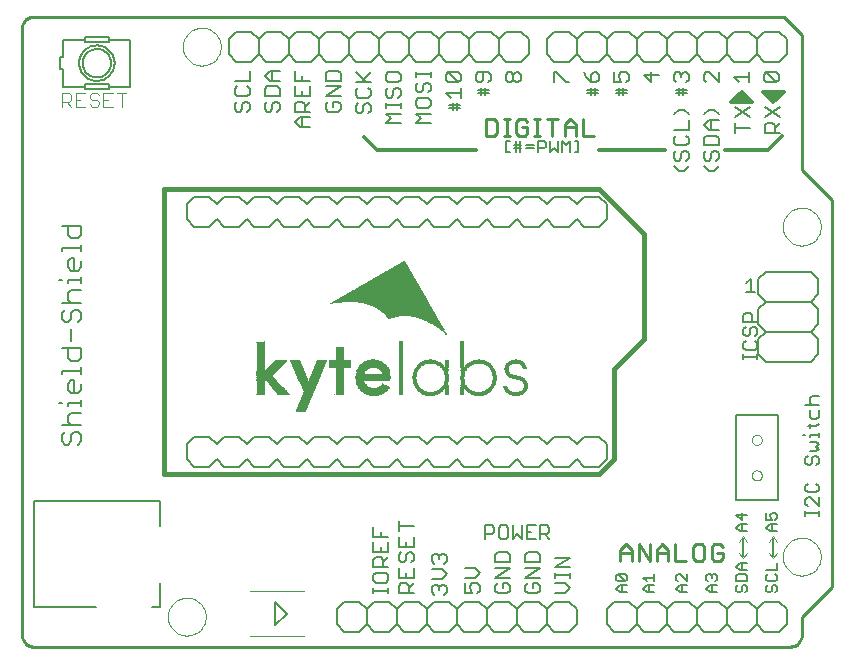
<source format=gto>
G75*
G70*
%OFA0B0*%
%FSLAX24Y24*%
%IPPOS*%
%LPD*%
%AMOC8*
5,1,8,0,0,1.08239X$1,22.5*
%
%ADD10C,0.0100*%
%ADD11C,0.0120*%
%ADD12C,0.0070*%
%ADD13C,0.0050*%
%ADD14C,0.0060*%
%ADD15C,0.0080*%
%ADD16C,0.0000*%
%ADD17C,0.0160*%
%ADD18C,0.0040*%
%ADD19R,0.0310X0.0005*%
%ADD20R,0.0315X0.0005*%
%ADD21R,0.0320X0.0005*%
%ADD22R,0.0085X0.0005*%
%ADD23R,0.0080X0.0005*%
%ADD24R,0.0175X0.0005*%
%ADD25R,0.0160X0.0005*%
%ADD26R,0.0240X0.0005*%
%ADD27R,0.0235X0.0005*%
%ADD28R,0.0215X0.0005*%
%ADD29R,0.0325X0.0005*%
%ADD30R,0.0290X0.0005*%
%ADD31R,0.0275X0.0005*%
%ADD32R,0.0255X0.0005*%
%ADD33R,0.0340X0.0005*%
%ADD34R,0.0005X0.0005*%
%ADD35R,0.0370X0.0005*%
%ADD36R,0.0345X0.0005*%
%ADD37R,0.0300X0.0005*%
%ADD38R,0.0375X0.0005*%
%ADD39R,0.0295X0.0005*%
%ADD40R,0.0415X0.0005*%
%ADD41R,0.0110X0.0005*%
%ADD42R,0.0380X0.0005*%
%ADD43R,0.0385X0.0005*%
%ADD44R,0.0350X0.0005*%
%ADD45R,0.0445X0.0005*%
%ADD46R,0.0105X0.0005*%
%ADD47R,0.0405X0.0005*%
%ADD48R,0.0475X0.0005*%
%ADD49R,0.0435X0.0005*%
%ADD50R,0.0400X0.0005*%
%ADD51R,0.0500X0.0005*%
%ADD52R,0.0460X0.0005*%
%ADD53R,0.0465X0.0005*%
%ADD54R,0.0420X0.0005*%
%ADD55R,0.0525X0.0005*%
%ADD56R,0.0485X0.0005*%
%ADD57R,0.0440X0.0005*%
%ADD58R,0.0550X0.0005*%
%ADD59R,0.0505X0.0005*%
%ADD60R,0.0570X0.0005*%
%ADD61R,0.0480X0.0005*%
%ADD62R,0.0590X0.0005*%
%ADD63R,0.0545X0.0005*%
%ADD64R,0.0495X0.0005*%
%ADD65R,0.0605X0.0005*%
%ADD66R,0.0565X0.0005*%
%ADD67R,0.0510X0.0005*%
%ADD68R,0.0625X0.0005*%
%ADD69R,0.0580X0.0005*%
%ADD70R,0.0645X0.0005*%
%ADD71R,0.0600X0.0005*%
%ADD72R,0.0540X0.0005*%
%ADD73R,0.0665X0.0005*%
%ADD74R,0.0615X0.0005*%
%ADD75R,0.0680X0.0005*%
%ADD76R,0.0635X0.0005*%
%ADD77R,0.0560X0.0005*%
%ADD78R,0.0695X0.0005*%
%ADD79R,0.0715X0.0005*%
%ADD80R,0.0725X0.0005*%
%ADD81R,0.0675X0.0005*%
%ADD82R,0.0740X0.0005*%
%ADD83R,0.0690X0.0005*%
%ADD84R,0.0755X0.0005*%
%ADD85R,0.0285X0.0005*%
%ADD86R,0.0280X0.0005*%
%ADD87R,0.0765X0.0005*%
%ADD88R,0.0260X0.0005*%
%ADD89R,0.0200X0.0005*%
%ADD90R,0.0205X0.0005*%
%ADD91R,0.0330X0.0005*%
%ADD92R,0.0780X0.0005*%
%ADD93R,0.0250X0.0005*%
%ADD94R,0.0190X0.0005*%
%ADD95R,0.0335X0.0005*%
%ADD96R,0.0795X0.0005*%
%ADD97R,0.0230X0.0005*%
%ADD98R,0.0180X0.0005*%
%ADD99R,0.0805X0.0005*%
%ADD100R,0.0225X0.0005*%
%ADD101R,0.0220X0.0005*%
%ADD102R,0.0170X0.0005*%
%ADD103R,0.0815X0.0005*%
%ADD104R,0.0210X0.0005*%
%ADD105R,0.0165X0.0005*%
%ADD106R,0.0830X0.0005*%
%ADD107R,0.0355X0.0005*%
%ADD108R,0.0840X0.0005*%
%ADD109R,0.0195X0.0005*%
%ADD110R,0.0155X0.0005*%
%ADD111R,0.0850X0.0005*%
%ADD112R,0.0150X0.0005*%
%ADD113R,0.0365X0.0005*%
%ADD114R,0.0860X0.0005*%
%ADD115R,0.0145X0.0005*%
%ADD116R,0.0870X0.0005*%
%ADD117R,0.0880X0.0005*%
%ADD118R,0.0140X0.0005*%
%ADD119R,0.0890X0.0005*%
%ADD120R,0.0185X0.0005*%
%ADD121R,0.0135X0.0005*%
%ADD122R,0.0900X0.0005*%
%ADD123R,0.0130X0.0005*%
%ADD124R,0.0910X0.0005*%
%ADD125R,0.0920X0.0005*%
%ADD126R,0.0390X0.0005*%
%ADD127R,0.0925X0.0005*%
%ADD128R,0.0125X0.0005*%
%ADD129R,0.0395X0.0005*%
%ADD130R,0.0935X0.0005*%
%ADD131R,0.0945X0.0005*%
%ADD132R,0.0950X0.0005*%
%ADD133R,0.0120X0.0005*%
%ADD134R,0.0960X0.0005*%
%ADD135R,0.0965X0.0005*%
%ADD136R,0.0975X0.0005*%
%ADD137R,0.0115X0.0005*%
%ADD138R,0.0985X0.0005*%
%ADD139R,0.0425X0.0005*%
%ADD140R,0.0995X0.0005*%
%ADD141R,0.1005X0.0005*%
%ADD142R,0.0410X0.0005*%
%ADD143R,0.0455X0.0005*%
%ADD144R,0.0360X0.0005*%
%ADD145R,0.0100X0.0005*%
%ADD146R,0.0515X0.0005*%
%ADD147R,0.0095X0.0005*%
%ADD148R,0.0535X0.0005*%
%ADD149R,0.0305X0.0005*%
%ADD150R,0.0070X0.0005*%
%ADD151R,0.0055X0.0005*%
%ADD152R,0.0040X0.0005*%
%ADD153R,0.0035X0.0005*%
%ADD154R,0.0555X0.0005*%
%ADD155R,0.0020X0.0005*%
%ADD156R,0.0575X0.0005*%
%ADD157R,0.0585X0.0005*%
%ADD158R,0.0595X0.0005*%
%ADD159R,0.1160X0.0005*%
%ADD160R,0.1165X0.0005*%
%ADD161R,0.0655X0.0005*%
%ADD162R,0.0650X0.0005*%
%ADD163R,0.0640X0.0005*%
%ADD164R,0.0245X0.0005*%
%ADD165R,0.0630X0.0005*%
%ADD166R,0.0620X0.0005*%
%ADD167R,0.1170X0.0005*%
%ADD168R,0.0610X0.0005*%
%ADD169R,0.1175X0.0005*%
%ADD170R,0.0530X0.0005*%
%ADD171R,0.0520X0.0005*%
%ADD172R,0.1155X0.0005*%
%ADD173R,0.0660X0.0005*%
%ADD174R,0.0670X0.0005*%
%ADD175R,0.0745X0.0005*%
%ADD176R,0.0750X0.0005*%
%ADD177R,0.0430X0.0005*%
%ADD178R,0.0970X0.0005*%
%ADD179R,0.0955X0.0005*%
%ADD180R,0.0940X0.0005*%
%ADD181R,0.0930X0.0005*%
%ADD182R,0.0915X0.0005*%
%ADD183R,0.0820X0.0005*%
%ADD184R,0.0810X0.0005*%
%ADD185R,0.0800X0.0005*%
%ADD186R,0.0790X0.0005*%
%ADD187R,0.0730X0.0005*%
%ADD188R,0.0710X0.0005*%
%ADD189R,0.0700X0.0005*%
%ADD190R,0.0685X0.0005*%
%ADD191R,0.0490X0.0005*%
%ADD192R,0.0450X0.0005*%
%ADD193R,0.0470X0.0005*%
%ADD194R,0.0090X0.0005*%
%ADD195R,0.0010X0.0005*%
%ADD196R,0.0015X0.0005*%
%ADD197R,0.0025X0.0005*%
%ADD198R,0.0050X0.0005*%
%ADD199R,0.0060X0.0005*%
%ADD200R,0.0065X0.0005*%
%ADD201R,0.0075X0.0005*%
%ADD202R,0.0270X0.0005*%
%ADD203R,0.0030X0.0005*%
%ADD204R,0.0770X0.0005*%
%ADD205R,0.0845X0.0005*%
%ADD206R,0.1660X0.0005*%
%ADD207R,0.1665X0.0005*%
%ADD208R,0.1670X0.0005*%
%ADD209R,0.1675X0.0005*%
%ADD210R,0.1680X0.0005*%
%ADD211R,0.1685X0.0005*%
%ADD212R,0.1690X0.0005*%
%ADD213R,0.1695X0.0005*%
%ADD214R,0.1700X0.0005*%
%ADD215R,0.1705X0.0005*%
%ADD216R,0.1710X0.0005*%
%ADD217R,0.1715X0.0005*%
%ADD218R,0.1720X0.0005*%
%ADD219R,0.1725X0.0005*%
%ADD220R,0.1730X0.0005*%
%ADD221R,0.1740X0.0005*%
%ADD222R,0.1745X0.0005*%
%ADD223R,0.1750X0.0005*%
%ADD224R,0.1755X0.0005*%
%ADD225R,0.1760X0.0005*%
%ADD226R,0.1765X0.0005*%
%ADD227R,0.1775X0.0005*%
%ADD228R,0.1780X0.0005*%
%ADD229R,0.1785X0.0005*%
%ADD230R,0.1790X0.0005*%
%ADD231R,0.1795X0.0005*%
%ADD232R,0.1800X0.0005*%
%ADD233R,0.1805X0.0005*%
%ADD234R,0.1810X0.0005*%
%ADD235R,0.1815X0.0005*%
%ADD236R,0.1825X0.0005*%
%ADD237R,0.1835X0.0005*%
%ADD238R,0.1840X0.0005*%
%ADD239R,0.1845X0.0005*%
%ADD240R,0.1850X0.0005*%
%ADD241R,0.1855X0.0005*%
%ADD242R,0.1865X0.0005*%
%ADD243R,0.1870X0.0005*%
%ADD244R,0.1880X0.0005*%
%ADD245R,0.1885X0.0005*%
%ADD246R,0.1895X0.0005*%
%ADD247R,0.1900X0.0005*%
%ADD248R,0.1905X0.0005*%
%ADD249R,0.1915X0.0005*%
%ADD250R,0.1925X0.0005*%
%ADD251R,0.1935X0.0005*%
%ADD252R,0.1940X0.0005*%
%ADD253R,0.1950X0.0005*%
%ADD254R,0.1960X0.0005*%
%ADD255R,0.1970X0.0005*%
%ADD256R,0.1980X0.0005*%
%ADD257R,0.1990X0.0005*%
%ADD258R,0.2005X0.0005*%
%ADD259R,0.2015X0.0005*%
%ADD260R,0.2025X0.0005*%
%ADD261R,0.2040X0.0005*%
%ADD262R,0.2050X0.0005*%
%ADD263R,0.2065X0.0005*%
%ADD264R,0.2080X0.0005*%
%ADD265R,0.2095X0.0005*%
%ADD266R,0.2115X0.0005*%
%ADD267R,0.2125X0.0005*%
%ADD268R,0.2145X0.0005*%
%ADD269R,0.2165X0.0005*%
%ADD270R,0.2185X0.0005*%
%ADD271R,0.2210X0.0005*%
%ADD272R,0.2230X0.0005*%
%ADD273R,0.2260X0.0005*%
%ADD274R,0.2285X0.0005*%
%ADD275R,0.2320X0.0005*%
%ADD276R,0.2355X0.0005*%
%ADD277R,0.2410X0.0005*%
%ADD278R,0.2480X0.0005*%
%ADD279R,0.3125X0.0005*%
%ADD280R,0.3115X0.0005*%
%ADD281R,0.3100X0.0005*%
%ADD282R,0.3090X0.0005*%
%ADD283R,0.3075X0.0005*%
%ADD284R,0.3070X0.0005*%
%ADD285R,0.3055X0.0005*%
%ADD286R,0.3040X0.0005*%
%ADD287R,0.3035X0.0005*%
%ADD288R,0.3020X0.0005*%
%ADD289R,0.3010X0.0005*%
%ADD290R,0.2995X0.0005*%
%ADD291R,0.2990X0.0005*%
%ADD292R,0.2975X0.0005*%
%ADD293R,0.2960X0.0005*%
%ADD294R,0.2950X0.0005*%
%ADD295R,0.2940X0.0005*%
%ADD296R,0.2930X0.0005*%
%ADD297R,0.2915X0.0005*%
%ADD298R,0.2905X0.0005*%
%ADD299R,0.2895X0.0005*%
%ADD300R,0.2880X0.0005*%
%ADD301R,0.2870X0.0005*%
%ADD302R,0.2860X0.0005*%
%ADD303R,0.2850X0.0005*%
%ADD304R,0.2835X0.0005*%
%ADD305R,0.2825X0.0005*%
%ADD306R,0.2815X0.0005*%
%ADD307R,0.2800X0.0005*%
%ADD308R,0.2790X0.0005*%
%ADD309R,0.2775X0.0005*%
%ADD310R,0.2770X0.0005*%
%ADD311R,0.2755X0.0005*%
%ADD312R,0.2740X0.0005*%
%ADD313R,0.2730X0.0005*%
%ADD314R,0.2720X0.0005*%
%ADD315R,0.2710X0.0005*%
%ADD316R,0.2695X0.0005*%
%ADD317R,0.2690X0.0005*%
%ADD318R,0.2675X0.0005*%
%ADD319R,0.2660X0.0005*%
%ADD320R,0.2650X0.0005*%
%ADD321R,0.2640X0.0005*%
%ADD322R,0.2630X0.0005*%
%ADD323R,0.2615X0.0005*%
%ADD324R,0.2600X0.0005*%
%ADD325R,0.2595X0.0005*%
%ADD326R,0.2580X0.0005*%
%ADD327R,0.2570X0.0005*%
%ADD328R,0.2560X0.0005*%
%ADD329R,0.2550X0.0005*%
%ADD330R,0.2535X0.0005*%
%ADD331R,0.2525X0.0005*%
%ADD332R,0.2515X0.0005*%
%ADD333R,0.2500X0.0005*%
%ADD334R,0.2490X0.0005*%
%ADD335R,0.2475X0.0005*%
%ADD336R,0.2470X0.0005*%
%ADD337R,0.2455X0.0005*%
%ADD338R,0.2440X0.0005*%
%ADD339R,0.2430X0.0005*%
%ADD340R,0.2420X0.0005*%
%ADD341R,0.2395X0.0005*%
%ADD342R,0.2390X0.0005*%
%ADD343R,0.2375X0.0005*%
%ADD344R,0.2360X0.0005*%
%ADD345R,0.2350X0.0005*%
%ADD346R,0.2340X0.0005*%
%ADD347R,0.2330X0.0005*%
%ADD348R,0.2315X0.0005*%
%ADD349R,0.2305X0.0005*%
%ADD350R,0.2295X0.0005*%
%ADD351R,0.2280X0.0005*%
%ADD352R,0.2270X0.0005*%
%ADD353R,0.2255X0.0005*%
%ADD354R,0.2250X0.0005*%
%ADD355R,0.2235X0.0005*%
%ADD356R,0.2220X0.0005*%
%ADD357R,0.2200X0.0005*%
%ADD358R,0.2190X0.0005*%
%ADD359R,0.2175X0.0005*%
%ADD360R,0.2170X0.0005*%
%ADD361R,0.2155X0.0005*%
%ADD362R,0.2140X0.0005*%
%ADD363R,0.2130X0.0005*%
%ADD364R,0.2120X0.0005*%
%ADD365R,0.2110X0.0005*%
%ADD366R,0.2085X0.0005*%
%ADD367R,0.2075X0.0005*%
%ADD368R,0.2060X0.0005*%
%ADD369R,0.2035X0.0005*%
%ADD370R,0.2030X0.0005*%
%ADD371R,0.1995X0.0005*%
%ADD372R,0.1955X0.0005*%
%ADD373R,0.1920X0.0005*%
%ADD374R,0.1910X0.0005*%
%ADD375R,0.1890X0.0005*%
%ADD376R,0.1875X0.0005*%
%ADD377R,0.1830X0.0005*%
%ADD378R,0.1820X0.0005*%
%ADD379R,0.1735X0.0005*%
%ADD380R,0.1655X0.0005*%
%ADD381R,0.1650X0.0005*%
%ADD382R,0.1635X0.0005*%
%ADD383R,0.1620X0.0005*%
%ADD384R,0.1610X0.0005*%
%ADD385R,0.1600X0.0005*%
%ADD386R,0.1590X0.0005*%
%ADD387R,0.1575X0.0005*%
%ADD388R,0.1565X0.0005*%
%ADD389R,0.1555X0.0005*%
%ADD390R,0.1540X0.0005*%
%ADD391R,0.1530X0.0005*%
%ADD392R,0.1520X0.0005*%
%ADD393R,0.1510X0.0005*%
%ADD394R,0.1495X0.0005*%
%ADD395R,0.1485X0.0005*%
%ADD396R,0.1475X0.0005*%
%ADD397R,0.1460X0.0005*%
%ADD398R,0.1450X0.0005*%
%ADD399R,0.1435X0.0005*%
%ADD400R,0.1430X0.0005*%
%ADD401R,0.1415X0.0005*%
%ADD402R,0.1400X0.0005*%
%ADD403R,0.1395X0.0005*%
%ADD404R,0.1380X0.0005*%
%ADD405R,0.1370X0.0005*%
%ADD406R,0.1355X0.0005*%
%ADD407R,0.1350X0.0005*%
%ADD408R,0.1335X0.0005*%
%ADD409R,0.1320X0.0005*%
%ADD410R,0.1310X0.0005*%
%ADD411R,0.1300X0.0005*%
%ADD412R,0.1290X0.0005*%
%ADD413R,0.1275X0.0005*%
%ADD414R,0.1265X0.0005*%
%ADD415R,0.1255X0.0005*%
%ADD416R,0.1240X0.0005*%
%ADD417R,0.1230X0.0005*%
%ADD418R,0.1220X0.0005*%
%ADD419R,0.1210X0.0005*%
%ADD420R,0.1195X0.0005*%
%ADD421R,0.1185X0.0005*%
%ADD422R,0.1150X0.0005*%
%ADD423R,0.1135X0.0005*%
%ADD424R,0.1130X0.0005*%
%ADD425R,0.1115X0.0005*%
%ADD426R,0.1100X0.0005*%
%ADD427R,0.1090X0.0005*%
%ADD428R,0.1080X0.0005*%
%ADD429R,0.1070X0.0005*%
%ADD430R,0.1055X0.0005*%
%ADD431R,0.1050X0.0005*%
%ADD432R,0.1035X0.0005*%
%ADD433R,0.1020X0.0005*%
%ADD434R,0.1010X0.0005*%
%ADD435R,0.0990X0.0005*%
%ADD436R,0.0895X0.0005*%
%ADD437R,0.0875X0.0005*%
%ADD438R,0.0835X0.0005*%
%ADD439R,0.0735X0.0005*%
%ADD440R,0.0720X0.0005*%
D10*
X001280Y000944D02*
X001280Y021156D01*
X001282Y021195D01*
X001288Y021233D01*
X001297Y021270D01*
X001310Y021307D01*
X001327Y021342D01*
X001346Y021375D01*
X001369Y021406D01*
X001395Y021435D01*
X001424Y021461D01*
X001455Y021484D01*
X001488Y021503D01*
X001523Y021520D01*
X001560Y021533D01*
X001597Y021542D01*
X001635Y021548D01*
X001674Y021550D01*
X026680Y021550D01*
X027280Y020950D01*
X027280Y016450D01*
X028280Y015450D01*
X028280Y002550D01*
X027280Y001550D01*
X027280Y000944D01*
X027278Y000905D01*
X027272Y000867D01*
X027263Y000830D01*
X027250Y000793D01*
X027233Y000758D01*
X027214Y000725D01*
X027191Y000694D01*
X027165Y000665D01*
X027136Y000639D01*
X027105Y000616D01*
X027072Y000597D01*
X027037Y000580D01*
X027000Y000567D01*
X026963Y000558D01*
X026925Y000552D01*
X026886Y000550D01*
X001674Y000550D01*
X001635Y000552D01*
X001597Y000558D01*
X001560Y000567D01*
X001523Y000580D01*
X001488Y000597D01*
X001455Y000616D01*
X001424Y000639D01*
X001395Y000665D01*
X001369Y000694D01*
X001346Y000725D01*
X001327Y000758D01*
X001310Y000793D01*
X001297Y000830D01*
X001288Y000867D01*
X001282Y000905D01*
X001280Y000944D01*
X021230Y003400D02*
X021230Y003774D01*
X021417Y003960D01*
X021604Y003774D01*
X021604Y003400D01*
X021838Y003400D02*
X021838Y003960D01*
X022211Y003400D01*
X022211Y003960D01*
X022445Y003774D02*
X022632Y003960D01*
X022819Y003774D01*
X022819Y003400D01*
X023053Y003400D02*
X023427Y003400D01*
X023661Y003493D02*
X023754Y003400D01*
X023941Y003400D01*
X024035Y003493D01*
X024035Y003867D01*
X023941Y003960D01*
X023754Y003960D01*
X023661Y003867D01*
X023661Y003493D01*
X024269Y003493D02*
X024269Y003867D01*
X024362Y003960D01*
X024549Y003960D01*
X024642Y003867D01*
X024642Y003680D02*
X024455Y003680D01*
X024642Y003680D02*
X024642Y003493D01*
X024549Y003400D01*
X024362Y003400D01*
X024269Y003493D01*
X023053Y003400D02*
X023053Y003960D01*
X022819Y003680D02*
X022445Y003680D01*
X022445Y003774D02*
X022445Y003400D01*
X021604Y003680D02*
X021230Y003680D01*
X020359Y017586D02*
X019985Y017586D01*
X019985Y018146D01*
X019751Y017960D02*
X019751Y017586D01*
X019751Y017866D02*
X019378Y017866D01*
X019378Y017960D02*
X019565Y018146D01*
X019751Y017960D01*
X019378Y017960D02*
X019378Y017586D01*
X018957Y017586D02*
X018957Y018146D01*
X018770Y018146D02*
X019144Y018146D01*
X018552Y018146D02*
X018365Y018146D01*
X018458Y018146D02*
X018458Y017586D01*
X018365Y017586D02*
X018552Y017586D01*
X018131Y017679D02*
X018131Y017866D01*
X017944Y017866D01*
X017757Y017679D02*
X017851Y017586D01*
X018037Y017586D01*
X018131Y017679D01*
X017757Y017679D02*
X017757Y018053D01*
X017851Y018146D01*
X018037Y018146D01*
X018131Y018053D01*
X017539Y018146D02*
X017352Y018146D01*
X017445Y018146D02*
X017445Y017586D01*
X017352Y017586D02*
X017539Y017586D01*
X017118Y017679D02*
X017118Y018053D01*
X017025Y018146D01*
X016744Y018146D01*
X016744Y017586D01*
X017025Y017586D01*
X017118Y017679D01*
D11*
X016430Y017100D02*
X013130Y017100D01*
X012680Y017550D01*
X020530Y017100D02*
X022730Y017100D01*
X024730Y017100D02*
X026130Y017100D01*
X026160Y017110D02*
X026610Y017560D01*
X026330Y018700D02*
X026680Y019050D01*
X025980Y019050D01*
X026330Y018700D01*
X026330Y018800D02*
X026180Y018950D01*
X026380Y018950D01*
X026330Y018900D02*
X026330Y018850D01*
X026330Y018800D02*
X026530Y019000D01*
X026130Y019000D01*
X025630Y018700D02*
X025280Y019050D01*
X024930Y018700D01*
X025630Y018700D01*
X025480Y018750D02*
X025180Y018750D01*
X025330Y018850D01*
X025280Y018950D02*
X025480Y018750D01*
X025280Y018950D02*
X025080Y018750D01*
D12*
X024505Y018291D02*
X024342Y018455D01*
X024178Y018455D01*
X024015Y018291D01*
X024178Y018103D02*
X024505Y018103D01*
X024260Y018103D02*
X024260Y017776D01*
X024178Y017776D02*
X024015Y017939D01*
X024178Y018103D01*
X024178Y017776D02*
X024505Y017776D01*
X024423Y017587D02*
X024096Y017587D01*
X024015Y017505D01*
X024015Y017260D01*
X024505Y017260D01*
X024505Y017505D01*
X024423Y017587D01*
X024423Y017071D02*
X024505Y016990D01*
X024505Y016826D01*
X024423Y016744D01*
X024260Y016826D02*
X024260Y016990D01*
X024342Y017071D01*
X024423Y017071D01*
X024260Y016826D02*
X024178Y016744D01*
X024096Y016744D01*
X024015Y016826D01*
X024015Y016990D01*
X024096Y017071D01*
X024015Y016564D02*
X024178Y016401D01*
X024342Y016401D01*
X024505Y016564D01*
X023505Y016564D02*
X023342Y016401D01*
X023178Y016401D01*
X023015Y016564D01*
X023096Y016744D02*
X023015Y016826D01*
X023015Y016990D01*
X023096Y017071D01*
X023260Y016990D02*
X023342Y017071D01*
X023423Y017071D01*
X023505Y016990D01*
X023505Y016826D01*
X023423Y016744D01*
X023260Y016826D02*
X023260Y016990D01*
X023260Y016826D02*
X023178Y016744D01*
X023096Y016744D01*
X023096Y017260D02*
X023423Y017260D01*
X023505Y017342D01*
X023505Y017505D01*
X023423Y017587D01*
X023505Y017776D02*
X023505Y018103D01*
X023505Y018291D02*
X023342Y018455D01*
X023178Y018455D01*
X023015Y018291D01*
X023015Y017776D02*
X023505Y017776D01*
X023096Y017587D02*
X023015Y017505D01*
X023015Y017342D01*
X023096Y017260D01*
X023096Y019369D02*
X023015Y019451D01*
X023015Y019615D01*
X023096Y019696D01*
X023178Y019696D01*
X023260Y019615D01*
X023342Y019696D01*
X023423Y019696D01*
X023505Y019615D01*
X023505Y019451D01*
X023423Y019369D01*
X023260Y019533D02*
X023260Y019615D01*
X022505Y019615D02*
X022015Y019615D01*
X022260Y019369D01*
X022260Y019696D01*
X021505Y019615D02*
X021505Y019451D01*
X021423Y019369D01*
X021260Y019369D02*
X021178Y019533D01*
X021178Y019615D01*
X021260Y019696D01*
X021423Y019696D01*
X021505Y019615D01*
X021260Y019369D02*
X021015Y019369D01*
X021015Y019696D01*
X020505Y019615D02*
X020505Y019451D01*
X020423Y019369D01*
X020260Y019369D01*
X020260Y019615D01*
X020342Y019696D01*
X020423Y019696D01*
X020505Y019615D01*
X020260Y019369D02*
X020096Y019533D01*
X020015Y019696D01*
X019505Y019369D02*
X019423Y019369D01*
X019096Y019696D01*
X019015Y019696D01*
X019015Y019369D01*
X017905Y019451D02*
X017823Y019369D01*
X017742Y019369D01*
X017660Y019451D01*
X017660Y019615D01*
X017742Y019696D01*
X017823Y019696D01*
X017905Y019615D01*
X017905Y019451D01*
X017660Y019451D02*
X017578Y019369D01*
X017496Y019369D01*
X017415Y019451D01*
X017415Y019615D01*
X017496Y019696D01*
X017578Y019696D01*
X017660Y019615D01*
X016905Y019615D02*
X016905Y019451D01*
X016823Y019369D01*
X016660Y019451D02*
X016660Y019696D01*
X016823Y019696D02*
X016496Y019696D01*
X016415Y019615D01*
X016415Y019451D01*
X016496Y019369D01*
X016578Y019369D01*
X016660Y019451D01*
X016905Y019615D02*
X016823Y019696D01*
X015905Y019615D02*
X015905Y019451D01*
X015823Y019369D01*
X015496Y019696D01*
X015823Y019696D01*
X015905Y019615D01*
X015823Y019369D02*
X015496Y019369D01*
X015415Y019451D01*
X015415Y019615D01*
X015496Y019696D01*
X014905Y019705D02*
X014905Y019541D01*
X014905Y019623D02*
X014415Y019623D01*
X014415Y019541D02*
X014415Y019705D01*
X014496Y019353D02*
X014415Y019271D01*
X014415Y019107D01*
X014496Y019026D01*
X014578Y019026D01*
X014660Y019107D01*
X014660Y019271D01*
X014742Y019353D01*
X014823Y019353D01*
X014905Y019271D01*
X014905Y019107D01*
X014823Y019026D01*
X014823Y018837D02*
X014496Y018837D01*
X014415Y018755D01*
X014415Y018592D01*
X014496Y018510D01*
X014823Y018510D01*
X014905Y018592D01*
X014905Y018755D01*
X014823Y018837D01*
X014905Y018321D02*
X014415Y018321D01*
X014578Y018158D01*
X014415Y017994D01*
X014905Y017994D01*
X015578Y018854D02*
X015415Y019017D01*
X015905Y019017D01*
X015905Y018854D02*
X015905Y019181D01*
X013905Y019099D02*
X013905Y018935D01*
X013823Y018854D01*
X013660Y018935D02*
X013660Y019099D01*
X013742Y019181D01*
X013823Y019181D01*
X013905Y019099D01*
X013823Y019369D02*
X013496Y019369D01*
X013415Y019451D01*
X013415Y019615D01*
X013496Y019696D01*
X013823Y019696D01*
X013905Y019615D01*
X013905Y019451D01*
X013823Y019369D01*
X013496Y019181D02*
X013415Y019099D01*
X013415Y018935D01*
X013496Y018854D01*
X013578Y018854D01*
X013660Y018935D01*
X013905Y018673D02*
X013905Y018510D01*
X013905Y018592D02*
X013415Y018592D01*
X013415Y018673D02*
X013415Y018510D01*
X013415Y018321D02*
X013905Y018321D01*
X013905Y017994D02*
X013415Y017994D01*
X013578Y018158D01*
X013415Y018321D01*
X012905Y018420D02*
X012823Y018338D01*
X012905Y018420D02*
X012905Y018583D01*
X012823Y018665D01*
X012742Y018665D01*
X012660Y018583D01*
X012660Y018420D01*
X012578Y018338D01*
X012496Y018338D01*
X012415Y018420D01*
X012415Y018583D01*
X012496Y018665D01*
X012496Y018854D02*
X012823Y018854D01*
X012905Y018935D01*
X012905Y019099D01*
X012823Y019181D01*
X012742Y019369D02*
X012415Y019696D01*
X012415Y019369D02*
X012905Y019369D01*
X012660Y019451D02*
X012905Y019696D01*
X012496Y019181D02*
X012415Y019099D01*
X012415Y018935D01*
X012496Y018854D01*
X003245Y014581D02*
X003245Y014265D01*
X003140Y014160D01*
X002930Y014160D01*
X002825Y014265D01*
X002825Y014581D01*
X002614Y014581D02*
X003245Y014581D01*
X003245Y013941D02*
X003245Y013730D01*
X003245Y013836D02*
X002614Y013836D01*
X002614Y013730D01*
X002930Y013506D02*
X002825Y013401D01*
X002825Y013191D01*
X002930Y013086D01*
X003140Y013086D01*
X003245Y013191D01*
X003245Y013401D01*
X003035Y013506D02*
X003035Y013086D01*
X003245Y012866D02*
X003245Y012656D01*
X003245Y012761D02*
X002825Y012761D01*
X002825Y012656D01*
X002614Y012761D02*
X002509Y012761D01*
X002930Y012432D02*
X002825Y012327D01*
X002825Y012117D01*
X002930Y012012D01*
X003035Y011788D02*
X003140Y011788D01*
X003245Y011682D01*
X003245Y011472D01*
X003140Y011367D01*
X002930Y011472D02*
X002930Y011682D01*
X003035Y011788D01*
X003245Y012012D02*
X002614Y012012D01*
X002720Y011788D02*
X002614Y011682D01*
X002614Y011472D01*
X002720Y011367D01*
X002825Y011367D01*
X002930Y011472D01*
X002930Y011143D02*
X002930Y010723D01*
X002825Y010498D02*
X002825Y010183D01*
X002930Y010078D01*
X003140Y010078D01*
X003245Y010183D01*
X003245Y010498D01*
X002614Y010498D01*
X003245Y009859D02*
X003245Y009648D01*
X003245Y009753D02*
X002614Y009753D01*
X002614Y009648D01*
X002930Y009424D02*
X003035Y009424D01*
X003035Y009004D01*
X003140Y009004D02*
X002930Y009004D01*
X002825Y009109D01*
X002825Y009319D01*
X002930Y009424D01*
X003245Y009319D02*
X003245Y009109D01*
X003140Y009004D01*
X003245Y008784D02*
X003245Y008574D01*
X003245Y008679D02*
X002825Y008679D01*
X002825Y008574D01*
X002614Y008679D02*
X002509Y008679D01*
X002930Y008350D02*
X002825Y008245D01*
X002825Y008035D01*
X002930Y007930D01*
X003035Y007705D02*
X003140Y007705D01*
X003245Y007600D01*
X003245Y007390D01*
X003140Y007285D01*
X002930Y007390D02*
X002930Y007600D01*
X003035Y007705D01*
X003245Y007930D02*
X002614Y007930D01*
X002720Y007705D02*
X002614Y007600D01*
X002614Y007390D01*
X002720Y007285D01*
X002825Y007285D01*
X002930Y007390D01*
X002930Y008350D02*
X003245Y008350D01*
X003245Y012432D02*
X002930Y012432D01*
X002930Y013506D02*
X003035Y013506D01*
X016055Y003178D02*
X016382Y003178D01*
X016545Y003014D01*
X016382Y002851D01*
X016055Y002851D01*
X016055Y002662D02*
X016055Y002335D01*
X016300Y002335D01*
X016218Y002498D01*
X016218Y002580D01*
X016300Y002662D01*
X016463Y002662D01*
X016545Y002580D01*
X016545Y002417D01*
X016463Y002335D01*
X017060Y002420D02*
X017142Y002338D01*
X017468Y002338D01*
X017550Y002420D01*
X017550Y002584D01*
X017468Y002665D01*
X017305Y002665D01*
X017305Y002502D01*
X017142Y002665D02*
X017060Y002584D01*
X017060Y002420D01*
X017060Y002854D02*
X017550Y003181D01*
X017060Y003181D01*
X017060Y003370D02*
X017060Y003615D01*
X017142Y003697D01*
X017468Y003697D01*
X017550Y003615D01*
X017550Y003370D01*
X017060Y003370D01*
X017060Y002854D02*
X017550Y002854D01*
X018060Y002854D02*
X018550Y003181D01*
X018060Y003181D01*
X018060Y003370D02*
X018060Y003615D01*
X018142Y003697D01*
X018468Y003697D01*
X018550Y003615D01*
X018550Y003370D01*
X018060Y003370D01*
X018060Y002854D02*
X018550Y002854D01*
X018468Y002665D02*
X018550Y002584D01*
X018550Y002420D01*
X018468Y002338D01*
X018142Y002338D01*
X018060Y002420D01*
X018060Y002584D01*
X018142Y002665D01*
X018305Y002665D02*
X018305Y002502D01*
X018305Y002665D02*
X018468Y002665D01*
X019055Y002662D02*
X019382Y002662D01*
X019545Y002498D01*
X019382Y002335D01*
X019055Y002335D01*
X019055Y002851D02*
X019055Y003014D01*
X019055Y002932D02*
X019545Y002932D01*
X019545Y002851D02*
X019545Y003014D01*
X019545Y003194D02*
X019055Y003194D01*
X019545Y003521D01*
X019055Y003521D01*
X025330Y003560D02*
X025330Y004160D01*
X026330Y004170D02*
X026330Y003560D01*
X026423Y019369D02*
X026096Y019369D01*
X026015Y019451D01*
X026015Y019615D01*
X026096Y019696D01*
X026423Y019369D01*
X026505Y019451D01*
X026505Y019615D01*
X026423Y019696D01*
X026096Y019696D01*
X025505Y019696D02*
X025505Y019369D01*
X025505Y019533D02*
X025015Y019533D01*
X025178Y019369D01*
X024505Y019369D02*
X024178Y019696D01*
X024096Y019696D01*
X024015Y019615D01*
X024015Y019451D01*
X024096Y019369D01*
X024505Y019369D02*
X024505Y019696D01*
D13*
X025405Y011668D02*
X025555Y011668D01*
X025630Y011592D01*
X025630Y011367D01*
X025780Y011367D02*
X025330Y011367D01*
X025330Y011592D01*
X025405Y011668D01*
X025405Y011207D02*
X025330Y011132D01*
X025330Y010982D01*
X025405Y010907D01*
X025480Y010907D01*
X025555Y010982D01*
X025555Y011132D01*
X025630Y011207D01*
X025705Y011207D01*
X025780Y011132D01*
X025780Y010982D01*
X025705Y010907D01*
X025705Y010747D02*
X025780Y010672D01*
X025780Y010522D01*
X025705Y010446D01*
X025405Y010446D01*
X025330Y010522D01*
X025330Y010672D01*
X025405Y010747D01*
X025330Y010290D02*
X025330Y010140D01*
X025330Y010215D02*
X025780Y010215D01*
X025780Y010140D02*
X025780Y010290D01*
X026100Y005007D02*
X026100Y004774D01*
X026275Y004774D01*
X026217Y004891D01*
X026217Y004949D01*
X026275Y005007D01*
X026392Y005007D01*
X026450Y004949D01*
X026450Y004832D01*
X026392Y004774D01*
X026450Y004639D02*
X026217Y004639D01*
X026100Y004522D01*
X026217Y004406D01*
X026450Y004406D01*
X026275Y004406D02*
X026275Y004639D01*
X025450Y004639D02*
X025217Y004639D01*
X025100Y004522D01*
X025217Y004406D01*
X025450Y004406D01*
X025275Y004406D02*
X025275Y004639D01*
X025275Y004774D02*
X025275Y005007D01*
X025100Y004949D02*
X025275Y004774D01*
X025450Y004949D02*
X025100Y004949D01*
X025217Y003326D02*
X025450Y003326D01*
X025275Y003326D02*
X025275Y003092D01*
X025217Y003092D02*
X025100Y003209D01*
X025217Y003326D01*
X025217Y003092D02*
X025450Y003092D01*
X025392Y002957D02*
X025158Y002957D01*
X025100Y002899D01*
X025100Y002724D01*
X025450Y002724D01*
X025450Y002899D01*
X025392Y002957D01*
X025392Y002589D02*
X025450Y002531D01*
X025450Y002414D01*
X025392Y002356D01*
X025275Y002414D02*
X025275Y002531D01*
X025333Y002589D01*
X025392Y002589D01*
X025275Y002414D02*
X025217Y002356D01*
X025158Y002356D01*
X025100Y002414D01*
X025100Y002531D01*
X025158Y002589D01*
X024450Y002589D02*
X024217Y002589D01*
X024100Y002472D01*
X024217Y002356D01*
X024450Y002356D01*
X024275Y002356D02*
X024275Y002589D01*
X024158Y002724D02*
X024100Y002782D01*
X024100Y002899D01*
X024158Y002957D01*
X024217Y002957D01*
X024275Y002899D01*
X024333Y002957D01*
X024392Y002957D01*
X024450Y002899D01*
X024450Y002782D01*
X024392Y002724D01*
X024275Y002841D02*
X024275Y002899D01*
X023450Y002957D02*
X023450Y002724D01*
X023217Y002957D01*
X023158Y002957D01*
X023100Y002899D01*
X023100Y002782D01*
X023158Y002724D01*
X023217Y002589D02*
X023450Y002589D01*
X023275Y002589D02*
X023275Y002356D01*
X023217Y002356D02*
X023100Y002472D01*
X023217Y002589D01*
X023217Y002356D02*
X023450Y002356D01*
X022350Y002356D02*
X022117Y002356D01*
X022000Y002472D01*
X022117Y002589D01*
X022350Y002589D01*
X022350Y002724D02*
X022350Y002957D01*
X022350Y002841D02*
X022000Y002841D01*
X022117Y002724D01*
X022175Y002589D02*
X022175Y002356D01*
X021450Y002356D02*
X021217Y002356D01*
X021100Y002472D01*
X021217Y002589D01*
X021450Y002589D01*
X021392Y002724D02*
X021158Y002724D01*
X021100Y002782D01*
X021100Y002899D01*
X021158Y002957D01*
X021392Y002724D01*
X021450Y002782D01*
X021450Y002899D01*
X021392Y002957D01*
X021158Y002957D01*
X021275Y002589D02*
X021275Y002356D01*
X018867Y004145D02*
X018717Y004295D01*
X018792Y004295D02*
X018567Y004295D01*
X018567Y004145D02*
X018567Y004595D01*
X018792Y004595D01*
X018867Y004520D01*
X018867Y004370D01*
X018792Y004295D01*
X018406Y004145D02*
X018106Y004145D01*
X018106Y004595D01*
X018406Y004595D01*
X018256Y004370D02*
X018106Y004370D01*
X017946Y004145D02*
X017946Y004595D01*
X017646Y004595D02*
X017646Y004145D01*
X017796Y004295D01*
X017946Y004145D01*
X017486Y004220D02*
X017486Y004520D01*
X017411Y004595D01*
X017260Y004595D01*
X017185Y004520D01*
X017185Y004220D01*
X017260Y004145D01*
X017411Y004145D01*
X017486Y004220D01*
X017025Y004370D02*
X016950Y004295D01*
X016725Y004295D01*
X016725Y004145D02*
X016725Y004595D01*
X016950Y004595D01*
X017025Y004520D01*
X017025Y004370D01*
X026100Y003092D02*
X026450Y003092D01*
X026450Y003326D01*
X026392Y002957D02*
X026450Y002899D01*
X026450Y002782D01*
X026392Y002724D01*
X026158Y002724D01*
X026100Y002782D01*
X026100Y002899D01*
X026158Y002957D01*
X026158Y002589D02*
X026100Y002531D01*
X026100Y002414D01*
X026158Y002356D01*
X026217Y002356D01*
X026275Y002414D01*
X026275Y002531D01*
X026333Y002589D01*
X026392Y002589D01*
X026450Y002531D01*
X026450Y002414D01*
X026392Y002356D01*
X004902Y019213D02*
X004174Y019213D01*
X004174Y019291D01*
X003386Y019291D01*
X003386Y019213D01*
X002658Y019213D01*
X002658Y019803D01*
X002560Y019803D01*
X002560Y020197D01*
X002658Y020197D01*
X002658Y020787D01*
X003386Y020787D01*
X003386Y020709D01*
X004174Y020709D01*
X004174Y020787D01*
X004902Y020787D01*
X004902Y019213D01*
X004174Y019213D02*
X004174Y019134D01*
X003386Y019134D01*
X003386Y019213D01*
X003308Y020000D02*
X003310Y020043D01*
X003316Y020085D01*
X003326Y020127D01*
X003339Y020168D01*
X003356Y020208D01*
X003377Y020245D01*
X003401Y020281D01*
X003428Y020314D01*
X003458Y020345D01*
X003491Y020373D01*
X003526Y020398D01*
X003563Y020419D01*
X003602Y020437D01*
X003642Y020451D01*
X003684Y020462D01*
X003726Y020469D01*
X003769Y020472D01*
X003812Y020471D01*
X003855Y020466D01*
X003897Y020457D01*
X003938Y020445D01*
X003978Y020429D01*
X004016Y020409D01*
X004052Y020386D01*
X004086Y020359D01*
X004118Y020330D01*
X004146Y020298D01*
X004172Y020263D01*
X004194Y020227D01*
X004213Y020188D01*
X004228Y020148D01*
X004240Y020107D01*
X004248Y020064D01*
X004252Y020021D01*
X004252Y019979D01*
X004248Y019936D01*
X004240Y019893D01*
X004228Y019852D01*
X004213Y019812D01*
X004194Y019773D01*
X004172Y019737D01*
X004146Y019702D01*
X004118Y019670D01*
X004086Y019641D01*
X004052Y019614D01*
X004016Y019591D01*
X003978Y019571D01*
X003938Y019555D01*
X003897Y019543D01*
X003855Y019534D01*
X003812Y019529D01*
X003769Y019528D01*
X003726Y019531D01*
X003684Y019538D01*
X003642Y019549D01*
X003602Y019563D01*
X003563Y019581D01*
X003526Y019602D01*
X003491Y019627D01*
X003458Y019655D01*
X003428Y019686D01*
X003401Y019719D01*
X003377Y019755D01*
X003356Y019792D01*
X003339Y019832D01*
X003326Y019873D01*
X003316Y019915D01*
X003310Y019957D01*
X003308Y020000D01*
X003189Y020000D02*
X003191Y020048D01*
X003197Y020096D01*
X003207Y020143D01*
X003220Y020189D01*
X003238Y020234D01*
X003258Y020278D01*
X003283Y020320D01*
X003311Y020359D01*
X003341Y020396D01*
X003375Y020430D01*
X003412Y020462D01*
X003450Y020491D01*
X003491Y020516D01*
X003534Y020538D01*
X003579Y020556D01*
X003625Y020570D01*
X003672Y020581D01*
X003720Y020588D01*
X003768Y020591D01*
X003816Y020590D01*
X003864Y020585D01*
X003912Y020576D01*
X003958Y020564D01*
X004003Y020547D01*
X004047Y020527D01*
X004089Y020504D01*
X004129Y020477D01*
X004167Y020447D01*
X004202Y020414D01*
X004234Y020378D01*
X004264Y020340D01*
X004290Y020299D01*
X004312Y020256D01*
X004332Y020212D01*
X004347Y020167D01*
X004359Y020120D01*
X004367Y020072D01*
X004371Y020024D01*
X004371Y019976D01*
X004367Y019928D01*
X004359Y019880D01*
X004347Y019833D01*
X004332Y019788D01*
X004312Y019744D01*
X004290Y019701D01*
X004264Y019660D01*
X004234Y019622D01*
X004202Y019586D01*
X004167Y019553D01*
X004129Y019523D01*
X004089Y019496D01*
X004047Y019473D01*
X004003Y019453D01*
X003958Y019436D01*
X003912Y019424D01*
X003864Y019415D01*
X003816Y019410D01*
X003768Y019409D01*
X003720Y019412D01*
X003672Y019419D01*
X003625Y019430D01*
X003579Y019444D01*
X003534Y019462D01*
X003491Y019484D01*
X003450Y019509D01*
X003412Y019538D01*
X003375Y019570D01*
X003341Y019604D01*
X003311Y019641D01*
X003283Y019680D01*
X003258Y019722D01*
X003238Y019766D01*
X003220Y019811D01*
X003207Y019857D01*
X003197Y019904D01*
X003191Y019952D01*
X003189Y020000D01*
X003386Y020787D02*
X003386Y020866D01*
X004174Y020866D01*
X004174Y020787D01*
D14*
X008180Y020800D02*
X008180Y020300D01*
X008430Y020050D01*
X008930Y020050D01*
X009180Y020300D01*
X009180Y020800D01*
X008930Y021050D01*
X008430Y021050D01*
X008180Y020800D01*
X009180Y020800D02*
X009430Y021050D01*
X009930Y021050D01*
X010180Y020800D01*
X010430Y021050D01*
X010930Y021050D01*
X011180Y020800D01*
X011430Y021050D01*
X011930Y021050D01*
X012180Y020800D01*
X012430Y021050D01*
X012930Y021050D01*
X013180Y020800D01*
X013430Y021050D01*
X013930Y021050D01*
X014180Y020800D01*
X014430Y021050D01*
X014930Y021050D01*
X015180Y020800D01*
X015430Y021050D01*
X015930Y021050D01*
X016180Y020800D01*
X016430Y021050D01*
X016930Y021050D01*
X017180Y020800D01*
X017430Y021050D01*
X017930Y021050D01*
X018180Y020800D01*
X018180Y020300D01*
X017930Y020050D01*
X017430Y020050D01*
X017180Y020300D01*
X016930Y020050D01*
X016430Y020050D01*
X016180Y020300D01*
X016180Y020800D01*
X016180Y020300D02*
X015930Y020050D01*
X015430Y020050D01*
X015180Y020300D01*
X014930Y020050D01*
X014430Y020050D01*
X014180Y020300D01*
X013930Y020050D01*
X013430Y020050D01*
X013180Y020300D01*
X013180Y020800D01*
X013180Y020300D02*
X012930Y020050D01*
X012430Y020050D01*
X012180Y020300D01*
X011930Y020050D01*
X011430Y020050D01*
X011180Y020300D01*
X010930Y020050D01*
X010430Y020050D01*
X010180Y020300D01*
X010180Y020800D01*
X010180Y020300D02*
X009930Y020050D01*
X009430Y020050D01*
X009180Y020300D01*
X008872Y019753D02*
X008872Y019420D01*
X008371Y019420D01*
X008455Y019238D02*
X008371Y019154D01*
X008371Y018987D01*
X008455Y018904D01*
X008788Y018904D01*
X008872Y018987D01*
X008872Y019154D01*
X008788Y019238D01*
X008788Y018722D02*
X008872Y018638D01*
X008872Y018472D01*
X008788Y018388D01*
X008622Y018472D02*
X008538Y018388D01*
X008455Y018388D01*
X008371Y018472D01*
X008371Y018638D01*
X008455Y018722D01*
X008622Y018638D02*
X008705Y018722D01*
X008788Y018722D01*
X008622Y018638D02*
X008622Y018472D01*
X009371Y018472D02*
X009455Y018388D01*
X009538Y018388D01*
X009622Y018472D01*
X009622Y018638D01*
X009705Y018722D01*
X009788Y018722D01*
X009872Y018638D01*
X009872Y018472D01*
X009788Y018388D01*
X009371Y018472D02*
X009371Y018638D01*
X009455Y018722D01*
X009371Y018904D02*
X009371Y019154D01*
X009455Y019238D01*
X009788Y019238D01*
X009872Y019154D01*
X009872Y018904D01*
X009371Y018904D01*
X009538Y019420D02*
X009371Y019586D01*
X009538Y019753D01*
X009872Y019753D01*
X009622Y019753D02*
X009622Y019420D01*
X009538Y019420D02*
X009872Y019420D01*
X010371Y019420D02*
X010371Y019753D01*
X010622Y019586D02*
X010622Y019420D01*
X010872Y019420D02*
X010371Y019420D01*
X010371Y019238D02*
X010371Y018904D01*
X010872Y018904D01*
X010872Y019238D01*
X010622Y019071D02*
X010622Y018904D01*
X010622Y018722D02*
X010455Y018722D01*
X010371Y018638D01*
X010371Y018388D01*
X010872Y018388D01*
X010705Y018388D02*
X010705Y018638D01*
X010622Y018722D01*
X010705Y018555D02*
X010872Y018722D01*
X010872Y018206D02*
X010538Y018206D01*
X010371Y018039D01*
X010538Y017873D01*
X010872Y017873D01*
X010622Y017873D02*
X010622Y018206D01*
X011417Y018462D02*
X011500Y018378D01*
X011834Y018378D01*
X011917Y018462D01*
X011917Y018628D01*
X011834Y018712D01*
X011667Y018712D01*
X011667Y018545D01*
X011500Y018712D02*
X011417Y018628D01*
X011417Y018462D01*
X011417Y018894D02*
X011917Y019228D01*
X011417Y019228D01*
X011417Y019410D02*
X011417Y019660D01*
X011500Y019743D01*
X011834Y019743D01*
X011917Y019660D01*
X011917Y019410D01*
X011417Y019410D01*
X011417Y018894D02*
X011917Y018894D01*
X012180Y020300D02*
X012180Y020800D01*
X011180Y020800D02*
X011180Y020300D01*
X014180Y020300D02*
X014180Y020800D01*
X015180Y020800D02*
X015180Y020300D01*
X016470Y019120D02*
X016850Y019120D01*
X016850Y018993D02*
X016470Y018993D01*
X016596Y018930D02*
X016596Y019120D01*
X016596Y019184D01*
X016723Y019184D02*
X016723Y018930D01*
X015900Y018620D02*
X015520Y018620D01*
X015646Y018620D02*
X015646Y018684D01*
X015646Y018620D02*
X015646Y018430D01*
X015773Y018430D02*
X015773Y018684D01*
X015900Y018493D02*
X015520Y018493D01*
X017410Y017410D02*
X017410Y017030D01*
X017537Y017030D01*
X017680Y017157D02*
X017934Y017157D01*
X017934Y017284D02*
X017870Y017284D01*
X017680Y017284D01*
X017743Y017410D02*
X017743Y017030D01*
X017870Y017030D02*
X017870Y017410D01*
X018085Y017284D02*
X018339Y017284D01*
X018339Y017157D02*
X018085Y017157D01*
X018490Y017157D02*
X018681Y017157D01*
X018744Y017220D01*
X018744Y017347D01*
X018681Y017410D01*
X018490Y017410D01*
X018490Y017030D01*
X018896Y017030D02*
X019022Y017157D01*
X019149Y017030D01*
X019149Y017410D01*
X019301Y017410D02*
X019427Y017284D01*
X019554Y017410D01*
X019554Y017030D01*
X019706Y017030D02*
X019833Y017030D01*
X019833Y017410D01*
X019706Y017410D01*
X019301Y017410D02*
X019301Y017030D01*
X018896Y017030D02*
X018896Y017410D01*
X017537Y017410D02*
X017410Y017410D01*
X020120Y018993D02*
X020500Y018993D01*
X020500Y019120D02*
X020120Y019120D01*
X020246Y019120D02*
X020246Y018930D01*
X020373Y018930D02*
X020373Y019184D01*
X020246Y019184D02*
X020246Y019120D01*
X021070Y019120D02*
X021450Y019120D01*
X021450Y018993D02*
X021070Y018993D01*
X021196Y018930D02*
X021196Y019120D01*
X021196Y019184D01*
X021323Y019184D02*
X021323Y018930D01*
X021530Y020050D02*
X021030Y020050D01*
X020780Y020300D01*
X020530Y020050D01*
X020030Y020050D01*
X019780Y020300D01*
X019530Y020050D01*
X019030Y020050D01*
X018780Y020300D01*
X018780Y020800D01*
X019030Y021050D01*
X019530Y021050D01*
X019780Y020800D01*
X020030Y021050D01*
X020530Y021050D01*
X020780Y020800D01*
X021030Y021050D01*
X021530Y021050D01*
X021780Y020800D01*
X022030Y021050D01*
X022530Y021050D01*
X022780Y020800D01*
X023030Y021050D01*
X023530Y021050D01*
X023780Y020800D01*
X024030Y021050D01*
X024530Y021050D01*
X024780Y020800D01*
X025030Y021050D01*
X025530Y021050D01*
X025780Y020800D01*
X026030Y021050D01*
X026530Y021050D01*
X026780Y020800D01*
X026780Y020300D01*
X026530Y020050D01*
X026030Y020050D01*
X025780Y020300D01*
X025530Y020050D01*
X025030Y020050D01*
X024780Y020300D01*
X024780Y020800D01*
X024780Y020300D02*
X024530Y020050D01*
X024030Y020050D01*
X023780Y020300D01*
X023530Y020050D01*
X023030Y020050D01*
X022780Y020300D01*
X022530Y020050D01*
X022030Y020050D01*
X021780Y020300D01*
X021780Y020800D01*
X021780Y020300D02*
X021530Y020050D01*
X020780Y020300D02*
X020780Y020800D01*
X019780Y020800D02*
X019780Y020300D01*
X017180Y020300D02*
X017180Y020800D01*
X022780Y020800D02*
X022780Y020300D01*
X023780Y020300D02*
X023780Y020800D01*
X023323Y019184D02*
X023323Y018930D01*
X023196Y018930D02*
X023196Y019120D01*
X023196Y019184D01*
X023070Y019120D02*
X023450Y019120D01*
X023450Y018993D02*
X023070Y018993D01*
X025048Y018534D02*
X025548Y018200D01*
X025548Y018534D02*
X025048Y018200D01*
X025048Y018018D02*
X025048Y017685D01*
X025048Y017852D02*
X025548Y017852D01*
X026050Y017930D02*
X026050Y017680D01*
X026550Y017680D01*
X026383Y017680D02*
X026383Y017930D01*
X026300Y018014D01*
X026133Y018014D01*
X026050Y017930D01*
X026050Y018196D02*
X026550Y018529D01*
X026550Y018196D02*
X026050Y018529D01*
X026550Y018014D02*
X026383Y017847D01*
X025780Y020300D02*
X025780Y020800D01*
X026080Y013050D02*
X027580Y013050D01*
X027830Y012800D01*
X027830Y012300D01*
X027580Y012050D01*
X026080Y012050D01*
X025830Y011800D01*
X025830Y011300D01*
X026080Y011050D01*
X025830Y010800D01*
X025830Y010300D01*
X026080Y010050D01*
X027580Y010050D01*
X027830Y010300D01*
X027830Y010800D01*
X027580Y011050D01*
X026080Y011050D01*
X026080Y012050D02*
X025830Y012300D01*
X025830Y012800D01*
X026080Y013050D01*
X027580Y012050D02*
X027830Y011800D01*
X027830Y011300D01*
X027580Y011050D01*
X027616Y008899D02*
X027836Y008899D01*
X027616Y008899D02*
X027542Y008825D01*
X027542Y008679D01*
X027616Y008605D01*
X027542Y008438D02*
X027542Y008218D01*
X027616Y008145D01*
X027763Y008145D01*
X027836Y008218D01*
X027836Y008438D01*
X027836Y008605D02*
X027396Y008605D01*
X027542Y007985D02*
X027542Y007838D01*
X027469Y007911D02*
X027763Y007911D01*
X027836Y007985D01*
X027836Y007678D02*
X027836Y007531D01*
X027836Y007604D02*
X027542Y007604D01*
X027542Y007531D01*
X027396Y007604D02*
X027322Y007604D01*
X027542Y007364D02*
X027763Y007364D01*
X027836Y007291D01*
X027763Y007217D01*
X027836Y007144D01*
X027763Y007071D01*
X027542Y007071D01*
X027469Y006904D02*
X027396Y006830D01*
X027396Y006684D01*
X027469Y006610D01*
X027542Y006610D01*
X027616Y006684D01*
X027616Y006830D01*
X027689Y006904D01*
X027763Y006904D01*
X027836Y006830D01*
X027836Y006684D01*
X027763Y006610D01*
X027763Y005983D02*
X027836Y005910D01*
X027836Y005763D01*
X027763Y005689D01*
X027469Y005689D01*
X027396Y005763D01*
X027396Y005910D01*
X027469Y005983D01*
X027469Y005523D02*
X027396Y005449D01*
X027396Y005302D01*
X027469Y005229D01*
X027396Y005069D02*
X027396Y004922D01*
X027396Y004996D02*
X027836Y004996D01*
X027836Y005069D02*
X027836Y004922D01*
X027836Y005229D02*
X027542Y005523D01*
X027469Y005523D01*
X027836Y005523D02*
X027836Y005229D01*
X026530Y002050D02*
X026030Y002050D01*
X025780Y001800D01*
X025780Y001300D01*
X026030Y001050D01*
X026530Y001050D01*
X026780Y001300D01*
X026780Y001800D01*
X026530Y002050D01*
X025780Y001800D02*
X025530Y002050D01*
X025030Y002050D01*
X024780Y001800D01*
X024780Y001300D01*
X025030Y001050D01*
X025530Y001050D01*
X025780Y001300D01*
X024780Y001300D02*
X024530Y001050D01*
X024030Y001050D01*
X023780Y001300D01*
X023530Y001050D01*
X023030Y001050D01*
X022780Y001300D01*
X022530Y001050D01*
X022030Y001050D01*
X021780Y001300D01*
X021530Y001050D01*
X021030Y001050D01*
X020780Y001300D01*
X020780Y001800D01*
X021030Y002050D01*
X021530Y002050D01*
X021780Y001800D01*
X022030Y002050D01*
X022530Y002050D01*
X022780Y001800D01*
X022780Y001300D01*
X022780Y001800D02*
X023030Y002050D01*
X023530Y002050D01*
X023780Y001800D01*
X024030Y002050D01*
X024530Y002050D01*
X024780Y001800D01*
X023780Y001800D02*
X023780Y001300D01*
X021780Y001300D02*
X021780Y001800D01*
X019780Y001800D02*
X019780Y001300D01*
X019530Y001050D01*
X019030Y001050D01*
X018780Y001300D01*
X018530Y001050D01*
X018030Y001050D01*
X017780Y001300D01*
X017530Y001050D01*
X017030Y001050D01*
X016780Y001300D01*
X016530Y001050D01*
X016030Y001050D01*
X015780Y001300D01*
X015530Y001050D01*
X015030Y001050D01*
X014780Y001300D01*
X014530Y001050D01*
X014030Y001050D01*
X013780Y001300D01*
X013530Y001050D01*
X013030Y001050D01*
X012780Y001300D01*
X012530Y001050D01*
X012030Y001050D01*
X011780Y001300D01*
X011780Y001800D01*
X012030Y002050D01*
X012530Y002050D01*
X012780Y001800D01*
X013030Y002050D01*
X013530Y002050D01*
X013780Y001800D01*
X013780Y001300D01*
X013780Y001800D02*
X014030Y002050D01*
X014530Y002050D01*
X014780Y001800D01*
X015030Y002050D01*
X015530Y002050D01*
X015780Y001800D01*
X016030Y002050D01*
X016530Y002050D01*
X016780Y001800D01*
X016780Y001300D01*
X016780Y001800D02*
X017030Y002050D01*
X017530Y002050D01*
X017780Y001800D01*
X018030Y002050D01*
X018530Y002050D01*
X018780Y001800D01*
X019030Y002050D01*
X019530Y002050D01*
X019780Y001800D01*
X018780Y001800D02*
X018780Y001300D01*
X017780Y001300D02*
X017780Y001800D01*
X015780Y001800D02*
X015780Y001300D01*
X014780Y001300D02*
X014780Y001800D01*
X015033Y002280D02*
X014950Y002363D01*
X014950Y002530D01*
X015033Y002614D01*
X015116Y002614D01*
X015200Y002530D01*
X015283Y002614D01*
X015367Y002614D01*
X015450Y002530D01*
X015450Y002363D01*
X015367Y002280D01*
X015200Y002447D02*
X015200Y002530D01*
X015283Y002796D02*
X014950Y002796D01*
X015283Y002796D02*
X015450Y002962D01*
X015283Y003129D01*
X014950Y003129D01*
X015033Y003311D02*
X014950Y003395D01*
X014950Y003561D01*
X015033Y003645D01*
X015116Y003645D01*
X015200Y003561D01*
X015283Y003645D01*
X015367Y003645D01*
X015450Y003561D01*
X015450Y003395D01*
X015367Y003311D01*
X015200Y003478D02*
X015200Y003561D01*
X014350Y003611D02*
X014350Y003445D01*
X014267Y003361D01*
X014100Y003445D02*
X014100Y003611D01*
X014183Y003695D01*
X014267Y003695D01*
X014350Y003611D01*
X014350Y003877D02*
X014350Y004211D01*
X014100Y004044D02*
X014100Y003877D01*
X013933Y003695D02*
X013850Y003611D01*
X013850Y003445D01*
X013933Y003361D01*
X014016Y003361D01*
X014100Y003445D01*
X014350Y003179D02*
X014350Y002846D01*
X013850Y002846D01*
X013850Y003179D01*
X014100Y003012D02*
X014100Y002846D01*
X014100Y002664D02*
X014183Y002580D01*
X014183Y002330D01*
X014183Y002497D02*
X014350Y002664D01*
X014100Y002664D02*
X013933Y002664D01*
X013850Y002580D01*
X013850Y002330D01*
X014350Y002330D01*
X013500Y002330D02*
X013500Y002497D01*
X013500Y002413D02*
X013000Y002413D01*
X013000Y002330D02*
X013000Y002497D01*
X013083Y002674D02*
X013000Y002757D01*
X013000Y002924D01*
X013083Y003007D01*
X013417Y003007D01*
X013500Y002924D01*
X013500Y002757D01*
X013417Y002674D01*
X013083Y002674D01*
X013000Y003189D02*
X013000Y003440D01*
X013083Y003523D01*
X013250Y003523D01*
X013333Y003440D01*
X013333Y003189D01*
X013500Y003189D02*
X013000Y003189D01*
X013333Y003356D02*
X013500Y003523D01*
X013500Y003705D02*
X013500Y004039D01*
X013500Y004221D02*
X013000Y004221D01*
X013000Y004554D01*
X013250Y004387D02*
X013250Y004221D01*
X013000Y004039D02*
X013000Y003705D01*
X013500Y003705D01*
X013250Y003705D02*
X013250Y003872D01*
X013850Y003877D02*
X014350Y003877D01*
X013850Y003877D02*
X013850Y004211D01*
X013850Y004393D02*
X013850Y004726D01*
X013850Y004559D02*
X014350Y004559D01*
X012780Y001800D02*
X012780Y001300D01*
D15*
X010107Y001650D02*
X009704Y002044D01*
X009704Y001256D01*
X010107Y001650D01*
X005894Y001858D02*
X005618Y001858D01*
X005894Y001858D02*
X005894Y002685D01*
X003768Y001858D02*
X001681Y001858D01*
X001681Y005402D01*
X005894Y005402D01*
X005894Y004575D01*
X007030Y006550D02*
X007530Y006550D01*
X007780Y006800D01*
X008030Y006550D01*
X008530Y006550D01*
X008780Y006800D01*
X009030Y006550D01*
X009530Y006550D01*
X009780Y006800D01*
X010030Y006550D01*
X010530Y006550D01*
X010780Y006800D01*
X011030Y006550D01*
X011530Y006550D01*
X011780Y006800D01*
X012030Y006550D01*
X012530Y006550D01*
X012780Y006800D01*
X013030Y006550D01*
X013530Y006550D01*
X013780Y006800D01*
X014030Y006550D01*
X014530Y006550D01*
X014780Y006800D01*
X015030Y006550D01*
X015530Y006550D01*
X015780Y006800D01*
X016030Y006550D01*
X016530Y006550D01*
X016780Y006800D01*
X017030Y006550D01*
X017530Y006550D01*
X017780Y006800D01*
X018030Y006550D01*
X018530Y006550D01*
X018780Y006800D01*
X019030Y006550D01*
X019530Y006550D01*
X019780Y006800D01*
X020030Y006550D01*
X020530Y006550D01*
X020780Y006800D01*
X020780Y007300D01*
X020530Y007550D01*
X020030Y007550D01*
X019780Y007300D01*
X019530Y007550D01*
X019030Y007550D01*
X018780Y007300D01*
X018530Y007550D01*
X018030Y007550D01*
X017780Y007300D01*
X017530Y007550D01*
X017030Y007550D01*
X016780Y007300D01*
X016530Y007550D01*
X016030Y007550D01*
X015780Y007300D01*
X015530Y007550D01*
X015030Y007550D01*
X014780Y007300D01*
X014530Y007550D01*
X014030Y007550D01*
X013780Y007300D01*
X013530Y007550D01*
X013030Y007550D01*
X012780Y007300D01*
X012530Y007550D01*
X012030Y007550D01*
X011780Y007300D01*
X011530Y007550D01*
X011030Y007550D01*
X010780Y007300D01*
X010530Y007550D01*
X010030Y007550D01*
X009780Y007300D01*
X009530Y007550D01*
X009030Y007550D01*
X008780Y007300D01*
X008530Y007550D01*
X008030Y007550D01*
X007780Y007300D01*
X007530Y007550D01*
X007030Y007550D01*
X006780Y007300D01*
X006780Y006800D01*
X007030Y006550D01*
X007030Y014550D02*
X007530Y014550D01*
X007780Y014800D01*
X008030Y014550D01*
X008530Y014550D01*
X008780Y014800D01*
X009030Y014550D01*
X009530Y014550D01*
X009780Y014800D01*
X010030Y014550D01*
X010530Y014550D01*
X010780Y014800D01*
X011030Y014550D01*
X011530Y014550D01*
X011780Y014800D01*
X012030Y014550D01*
X012530Y014550D01*
X012780Y014800D01*
X013030Y014550D01*
X013530Y014550D01*
X013780Y014800D01*
X014030Y014550D01*
X014530Y014550D01*
X014780Y014800D01*
X015030Y014550D01*
X015530Y014550D01*
X015780Y014800D01*
X016030Y014550D01*
X016530Y014550D01*
X016780Y014800D01*
X017030Y014550D01*
X017530Y014550D01*
X017780Y014800D01*
X018030Y014550D01*
X018530Y014550D01*
X018780Y014800D01*
X019030Y014550D01*
X019530Y014550D01*
X019780Y014800D01*
X020030Y014550D01*
X020530Y014550D01*
X020780Y014800D01*
X020780Y015300D01*
X020530Y015550D01*
X020030Y015550D01*
X019780Y015300D01*
X019530Y015550D01*
X019030Y015550D01*
X018780Y015300D01*
X018530Y015550D01*
X018030Y015550D01*
X017780Y015300D01*
X017530Y015550D01*
X017030Y015550D01*
X016780Y015300D01*
X016530Y015550D01*
X016030Y015550D01*
X015780Y015300D01*
X015530Y015550D01*
X015030Y015550D01*
X014780Y015300D01*
X014530Y015550D01*
X014030Y015550D01*
X013780Y015300D01*
X013530Y015550D01*
X013030Y015550D01*
X012780Y015300D01*
X012530Y015550D01*
X012030Y015550D01*
X011780Y015300D01*
X011530Y015550D01*
X011030Y015550D01*
X010780Y015300D01*
X010530Y015550D01*
X010030Y015550D01*
X009780Y015300D01*
X009530Y015550D01*
X009030Y015550D01*
X008780Y015300D01*
X008530Y015550D01*
X008030Y015550D01*
X007780Y015300D01*
X007530Y015550D01*
X007030Y015550D01*
X006780Y015300D01*
X006780Y014800D01*
X007030Y014550D01*
X025091Y008267D02*
X025091Y005433D01*
X026469Y005433D01*
X026469Y008267D01*
X025091Y008267D01*
X025433Y012379D02*
X025713Y012379D01*
X025573Y012379D02*
X025573Y012799D01*
X025433Y012659D01*
D16*
X026650Y014550D02*
X026652Y014600D01*
X026658Y014650D01*
X026668Y014699D01*
X026682Y014747D01*
X026699Y014794D01*
X026720Y014839D01*
X026745Y014883D01*
X026773Y014924D01*
X026805Y014963D01*
X026839Y015000D01*
X026876Y015034D01*
X026916Y015064D01*
X026958Y015091D01*
X027002Y015115D01*
X027048Y015136D01*
X027095Y015152D01*
X027143Y015165D01*
X027193Y015174D01*
X027242Y015179D01*
X027293Y015180D01*
X027343Y015177D01*
X027392Y015170D01*
X027441Y015159D01*
X027489Y015144D01*
X027535Y015126D01*
X027580Y015104D01*
X027623Y015078D01*
X027664Y015049D01*
X027703Y015017D01*
X027739Y014982D01*
X027771Y014944D01*
X027801Y014904D01*
X027828Y014861D01*
X027851Y014817D01*
X027870Y014771D01*
X027886Y014723D01*
X027898Y014674D01*
X027906Y014625D01*
X027910Y014575D01*
X027910Y014525D01*
X027906Y014475D01*
X027898Y014426D01*
X027886Y014377D01*
X027870Y014329D01*
X027851Y014283D01*
X027828Y014239D01*
X027801Y014196D01*
X027771Y014156D01*
X027739Y014118D01*
X027703Y014083D01*
X027664Y014051D01*
X027623Y014022D01*
X027580Y013996D01*
X027535Y013974D01*
X027489Y013956D01*
X027441Y013941D01*
X027392Y013930D01*
X027343Y013923D01*
X027293Y013920D01*
X027242Y013921D01*
X027193Y013926D01*
X027143Y013935D01*
X027095Y013948D01*
X027048Y013964D01*
X027002Y013985D01*
X026958Y014009D01*
X026916Y014036D01*
X026876Y014066D01*
X026839Y014100D01*
X026805Y014137D01*
X026773Y014176D01*
X026745Y014217D01*
X026720Y014261D01*
X026699Y014306D01*
X026682Y014353D01*
X026668Y014401D01*
X026658Y014450D01*
X026652Y014500D01*
X026650Y014550D01*
X025613Y007441D02*
X025615Y007466D01*
X025621Y007491D01*
X025630Y007515D01*
X025643Y007537D01*
X025660Y007557D01*
X025679Y007574D01*
X025700Y007588D01*
X025724Y007598D01*
X025748Y007605D01*
X025774Y007608D01*
X025799Y007607D01*
X025824Y007602D01*
X025848Y007593D01*
X025871Y007581D01*
X025891Y007566D01*
X025909Y007547D01*
X025924Y007526D01*
X025935Y007503D01*
X025943Y007479D01*
X025947Y007454D01*
X025947Y007428D01*
X025943Y007403D01*
X025935Y007379D01*
X025924Y007356D01*
X025909Y007335D01*
X025891Y007316D01*
X025871Y007301D01*
X025848Y007289D01*
X025824Y007280D01*
X025799Y007275D01*
X025774Y007274D01*
X025748Y007277D01*
X025724Y007284D01*
X025700Y007294D01*
X025679Y007308D01*
X025660Y007325D01*
X025643Y007345D01*
X025630Y007367D01*
X025621Y007391D01*
X025615Y007416D01*
X025613Y007441D01*
X025613Y006259D02*
X025615Y006284D01*
X025621Y006309D01*
X025630Y006333D01*
X025643Y006355D01*
X025660Y006375D01*
X025679Y006392D01*
X025700Y006406D01*
X025724Y006416D01*
X025748Y006423D01*
X025774Y006426D01*
X025799Y006425D01*
X025824Y006420D01*
X025848Y006411D01*
X025871Y006399D01*
X025891Y006384D01*
X025909Y006365D01*
X025924Y006344D01*
X025935Y006321D01*
X025943Y006297D01*
X025947Y006272D01*
X025947Y006246D01*
X025943Y006221D01*
X025935Y006197D01*
X025924Y006174D01*
X025909Y006153D01*
X025891Y006134D01*
X025871Y006119D01*
X025848Y006107D01*
X025824Y006098D01*
X025799Y006093D01*
X025774Y006092D01*
X025748Y006095D01*
X025724Y006102D01*
X025700Y006112D01*
X025679Y006126D01*
X025660Y006143D01*
X025643Y006163D01*
X025630Y006185D01*
X025621Y006209D01*
X025615Y006234D01*
X025613Y006259D01*
X026650Y003550D02*
X026652Y003600D01*
X026658Y003650D01*
X026668Y003699D01*
X026682Y003747D01*
X026699Y003794D01*
X026720Y003839D01*
X026745Y003883D01*
X026773Y003924D01*
X026805Y003963D01*
X026839Y004000D01*
X026876Y004034D01*
X026916Y004064D01*
X026958Y004091D01*
X027002Y004115D01*
X027048Y004136D01*
X027095Y004152D01*
X027143Y004165D01*
X027193Y004174D01*
X027242Y004179D01*
X027293Y004180D01*
X027343Y004177D01*
X027392Y004170D01*
X027441Y004159D01*
X027489Y004144D01*
X027535Y004126D01*
X027580Y004104D01*
X027623Y004078D01*
X027664Y004049D01*
X027703Y004017D01*
X027739Y003982D01*
X027771Y003944D01*
X027801Y003904D01*
X027828Y003861D01*
X027851Y003817D01*
X027870Y003771D01*
X027886Y003723D01*
X027898Y003674D01*
X027906Y003625D01*
X027910Y003575D01*
X027910Y003525D01*
X027906Y003475D01*
X027898Y003426D01*
X027886Y003377D01*
X027870Y003329D01*
X027851Y003283D01*
X027828Y003239D01*
X027801Y003196D01*
X027771Y003156D01*
X027739Y003118D01*
X027703Y003083D01*
X027664Y003051D01*
X027623Y003022D01*
X027580Y002996D01*
X027535Y002974D01*
X027489Y002956D01*
X027441Y002941D01*
X027392Y002930D01*
X027343Y002923D01*
X027293Y002920D01*
X027242Y002921D01*
X027193Y002926D01*
X027143Y002935D01*
X027095Y002948D01*
X027048Y002964D01*
X027002Y002985D01*
X026958Y003009D01*
X026916Y003036D01*
X026876Y003066D01*
X026839Y003100D01*
X026805Y003137D01*
X026773Y003176D01*
X026745Y003217D01*
X026720Y003261D01*
X026699Y003306D01*
X026682Y003353D01*
X026668Y003401D01*
X026658Y003450D01*
X026652Y003500D01*
X026650Y003550D01*
X006150Y001550D02*
X006152Y001600D01*
X006158Y001650D01*
X006168Y001699D01*
X006182Y001747D01*
X006199Y001794D01*
X006220Y001839D01*
X006245Y001883D01*
X006273Y001924D01*
X006305Y001963D01*
X006339Y002000D01*
X006376Y002034D01*
X006416Y002064D01*
X006458Y002091D01*
X006502Y002115D01*
X006548Y002136D01*
X006595Y002152D01*
X006643Y002165D01*
X006693Y002174D01*
X006742Y002179D01*
X006793Y002180D01*
X006843Y002177D01*
X006892Y002170D01*
X006941Y002159D01*
X006989Y002144D01*
X007035Y002126D01*
X007080Y002104D01*
X007123Y002078D01*
X007164Y002049D01*
X007203Y002017D01*
X007239Y001982D01*
X007271Y001944D01*
X007301Y001904D01*
X007328Y001861D01*
X007351Y001817D01*
X007370Y001771D01*
X007386Y001723D01*
X007398Y001674D01*
X007406Y001625D01*
X007410Y001575D01*
X007410Y001525D01*
X007406Y001475D01*
X007398Y001426D01*
X007386Y001377D01*
X007370Y001329D01*
X007351Y001283D01*
X007328Y001239D01*
X007301Y001196D01*
X007271Y001156D01*
X007239Y001118D01*
X007203Y001083D01*
X007164Y001051D01*
X007123Y001022D01*
X007080Y000996D01*
X007035Y000974D01*
X006989Y000956D01*
X006941Y000941D01*
X006892Y000930D01*
X006843Y000923D01*
X006793Y000920D01*
X006742Y000921D01*
X006693Y000926D01*
X006643Y000935D01*
X006595Y000948D01*
X006548Y000964D01*
X006502Y000985D01*
X006458Y001009D01*
X006416Y001036D01*
X006376Y001066D01*
X006339Y001100D01*
X006305Y001137D01*
X006273Y001176D01*
X006245Y001217D01*
X006220Y001261D01*
X006199Y001306D01*
X006182Y001353D01*
X006168Y001401D01*
X006158Y001450D01*
X006152Y001500D01*
X006150Y001550D01*
X006650Y020550D02*
X006652Y020600D01*
X006658Y020650D01*
X006668Y020699D01*
X006682Y020747D01*
X006699Y020794D01*
X006720Y020839D01*
X006745Y020883D01*
X006773Y020924D01*
X006805Y020963D01*
X006839Y021000D01*
X006876Y021034D01*
X006916Y021064D01*
X006958Y021091D01*
X007002Y021115D01*
X007048Y021136D01*
X007095Y021152D01*
X007143Y021165D01*
X007193Y021174D01*
X007242Y021179D01*
X007293Y021180D01*
X007343Y021177D01*
X007392Y021170D01*
X007441Y021159D01*
X007489Y021144D01*
X007535Y021126D01*
X007580Y021104D01*
X007623Y021078D01*
X007664Y021049D01*
X007703Y021017D01*
X007739Y020982D01*
X007771Y020944D01*
X007801Y020904D01*
X007828Y020861D01*
X007851Y020817D01*
X007870Y020771D01*
X007886Y020723D01*
X007898Y020674D01*
X007906Y020625D01*
X007910Y020575D01*
X007910Y020525D01*
X007906Y020475D01*
X007898Y020426D01*
X007886Y020377D01*
X007870Y020329D01*
X007851Y020283D01*
X007828Y020239D01*
X007801Y020196D01*
X007771Y020156D01*
X007739Y020118D01*
X007703Y020083D01*
X007664Y020051D01*
X007623Y020022D01*
X007580Y019996D01*
X007535Y019974D01*
X007489Y019956D01*
X007441Y019941D01*
X007392Y019930D01*
X007343Y019923D01*
X007293Y019920D01*
X007242Y019921D01*
X007193Y019926D01*
X007143Y019935D01*
X007095Y019948D01*
X007048Y019964D01*
X007002Y019985D01*
X006958Y020009D01*
X006916Y020036D01*
X006876Y020066D01*
X006839Y020100D01*
X006805Y020137D01*
X006773Y020176D01*
X006745Y020217D01*
X006720Y020261D01*
X006699Y020306D01*
X006682Y020353D01*
X006668Y020401D01*
X006658Y020450D01*
X006652Y020500D01*
X006650Y020550D01*
D17*
X006030Y015800D02*
X020530Y015800D01*
X022030Y014300D01*
X022030Y010800D01*
X021030Y009800D01*
X021030Y006800D01*
X020530Y006300D01*
X006030Y006300D01*
X006030Y015800D01*
D18*
X004614Y018548D02*
X004614Y019009D01*
X004767Y019009D02*
X004460Y019009D01*
X004307Y019009D02*
X004000Y019009D01*
X004000Y018548D01*
X004307Y018548D01*
X004154Y018779D02*
X004000Y018779D01*
X003847Y018702D02*
X003847Y018625D01*
X003770Y018548D01*
X003616Y018548D01*
X003540Y018625D01*
X003616Y018779D02*
X003770Y018779D01*
X003847Y018702D01*
X003847Y018932D02*
X003770Y019009D01*
X003616Y019009D01*
X003540Y018932D01*
X003540Y018855D01*
X003616Y018779D01*
X003386Y019009D02*
X003079Y019009D01*
X003079Y018548D01*
X003386Y018548D01*
X003233Y018779D02*
X003079Y018779D01*
X002926Y018779D02*
X002849Y018702D01*
X002619Y018702D01*
X002772Y018702D02*
X002926Y018548D01*
X002926Y018779D02*
X002926Y018932D01*
X002849Y019009D01*
X002619Y019009D01*
X002619Y018548D01*
X008890Y002400D02*
X010670Y002400D01*
X010670Y000900D02*
X008890Y000900D01*
X025195Y003674D02*
X025325Y003501D01*
X025455Y003674D01*
X025325Y003777D02*
X025325Y003950D01*
X025195Y004053D02*
X025325Y004227D01*
X025455Y004053D01*
X026195Y004053D02*
X026325Y004227D01*
X026455Y004053D01*
X026325Y003950D02*
X026325Y003777D01*
X026195Y003674D02*
X026325Y003501D01*
X026455Y003674D01*
D19*
X017628Y009560D03*
X015083Y011305D03*
X013378Y009755D03*
X013373Y009760D03*
X013383Y009745D03*
X012613Y009750D03*
X012608Y009745D03*
X012608Y009740D03*
X012608Y009260D03*
X012613Y009250D03*
X011183Y009825D03*
X011173Y009800D03*
X011163Y009775D03*
X011153Y009750D03*
X011148Y009740D03*
X011143Y009725D03*
X011138Y009715D03*
X011133Y009705D03*
X011133Y009700D03*
X011128Y009690D03*
X011123Y009680D03*
X011123Y009675D03*
X011118Y009665D03*
X011113Y009655D03*
X011113Y009650D03*
X011108Y009640D03*
X011103Y009630D03*
X011103Y009625D03*
X011098Y009620D03*
X011098Y009615D03*
X011093Y009605D03*
X011093Y009600D03*
X011088Y009595D03*
X011088Y009590D03*
X011083Y009580D03*
X011083Y009575D03*
X011078Y009570D03*
X011078Y009565D03*
X011073Y009560D03*
X011073Y009555D03*
X011068Y009545D03*
X011068Y009540D03*
X011063Y009535D03*
X011063Y009530D03*
X011058Y009525D03*
X011058Y009520D03*
X011058Y009515D03*
X011053Y009510D03*
X011053Y009505D03*
X011048Y009500D03*
X011048Y009495D03*
X011048Y009490D03*
X011043Y009485D03*
X011043Y009480D03*
X011038Y009475D03*
X011038Y009470D03*
X011038Y009465D03*
X011033Y009460D03*
X011033Y009455D03*
X011028Y009450D03*
X011028Y009445D03*
X011023Y009435D03*
X011023Y009430D03*
X011018Y009425D03*
X011018Y009420D03*
X011013Y009410D03*
X011008Y009400D03*
X011008Y009395D03*
X011003Y009385D03*
X010998Y009375D03*
X010998Y009370D03*
X010993Y009360D03*
X010588Y009595D03*
X010583Y009605D03*
X010578Y009620D03*
X010573Y009630D03*
X010568Y009645D03*
X010563Y009655D03*
X010558Y009665D03*
X010558Y009670D03*
X010553Y009680D03*
X010548Y009690D03*
X010548Y009695D03*
X010543Y009700D03*
X010543Y009705D03*
X010538Y009715D03*
X010538Y009720D03*
X010533Y009725D03*
X010533Y009730D03*
X010528Y009735D03*
X010528Y009740D03*
X010528Y009745D03*
X010523Y009750D03*
X010523Y009755D03*
X010518Y009760D03*
X010518Y009765D03*
X010518Y009770D03*
X010513Y009775D03*
X010513Y009780D03*
X010508Y009785D03*
X010508Y009790D03*
X010503Y009800D03*
X010503Y009805D03*
X010498Y009810D03*
X010498Y009815D03*
X010493Y009825D03*
X010488Y009835D03*
X010488Y009840D03*
X010483Y009850D03*
X010478Y009860D03*
X010473Y009875D03*
X010468Y009885D03*
X010458Y009910D03*
X010448Y009935D03*
X010578Y008370D03*
X013958Y013255D03*
D20*
X013955Y013250D03*
X015075Y011310D03*
X013370Y009765D03*
X013365Y009770D03*
X013350Y009190D03*
X012620Y009240D03*
X012615Y009245D03*
X012610Y009255D03*
X012615Y009755D03*
X012620Y009760D03*
X011280Y010060D03*
X011275Y010050D03*
X011270Y010040D03*
X011270Y010035D03*
X011265Y010025D03*
X011260Y010015D03*
X011260Y010010D03*
X011255Y010005D03*
X011255Y010000D03*
X011250Y009990D03*
X011250Y009985D03*
X011245Y009980D03*
X011245Y009975D03*
X011240Y009965D03*
X011240Y009960D03*
X011235Y009955D03*
X011235Y009950D03*
X011230Y009940D03*
X011230Y009935D03*
X011225Y009930D03*
X011225Y009925D03*
X011220Y009920D03*
X011220Y009915D03*
X011220Y009910D03*
X011215Y009905D03*
X011215Y009900D03*
X011210Y009895D03*
X011210Y009890D03*
X011210Y009885D03*
X011205Y009880D03*
X011205Y009875D03*
X011200Y009870D03*
X011200Y009865D03*
X011195Y009860D03*
X011195Y009855D03*
X011195Y009850D03*
X011190Y009845D03*
X011190Y009840D03*
X011185Y009835D03*
X011185Y009830D03*
X011180Y009820D03*
X011180Y009815D03*
X011175Y009810D03*
X011175Y009805D03*
X011170Y009795D03*
X011170Y009790D03*
X011165Y009785D03*
X011165Y009780D03*
X011160Y009770D03*
X011160Y009765D03*
X011155Y009760D03*
X011155Y009755D03*
X011150Y009745D03*
X011145Y009735D03*
X011145Y009730D03*
X011140Y009720D03*
X011135Y009710D03*
X011130Y009695D03*
X011125Y009685D03*
X011120Y009670D03*
X011115Y009660D03*
X011110Y009645D03*
X011105Y009635D03*
X011095Y009610D03*
X011085Y009585D03*
X011070Y009550D03*
X010505Y009795D03*
X010495Y009820D03*
X010490Y009830D03*
X010485Y009845D03*
X010480Y009855D03*
X010475Y009865D03*
X010475Y009870D03*
X010470Y009880D03*
X010465Y009890D03*
X010465Y009895D03*
X010460Y009900D03*
X010460Y009905D03*
X010455Y009915D03*
X010455Y009920D03*
X010450Y009925D03*
X010450Y009930D03*
X010445Y009940D03*
X010445Y009945D03*
X010440Y009950D03*
X010440Y009955D03*
X010435Y009960D03*
X010435Y009965D03*
X010435Y009970D03*
X010430Y009975D03*
X010430Y009980D03*
X010425Y009985D03*
X010425Y009990D03*
X010420Y010000D03*
X010420Y010005D03*
X010415Y010010D03*
X010415Y010015D03*
X010410Y010025D03*
X010405Y010035D03*
X010405Y010040D03*
X010400Y010050D03*
X010395Y010060D03*
X010395Y010065D03*
X010790Y008890D03*
X010780Y008865D03*
X010755Y008805D03*
X010745Y008780D03*
X010740Y008770D03*
X010730Y008745D03*
X010720Y008720D03*
X010715Y008710D03*
X010710Y008695D03*
X010705Y008685D03*
X010700Y008670D03*
X010695Y008660D03*
X010690Y008650D03*
X010690Y008645D03*
X010685Y008635D03*
X010680Y008625D03*
X010675Y008615D03*
X010675Y008610D03*
X010670Y008600D03*
X010665Y008590D03*
X010665Y008585D03*
X010660Y008575D03*
X010660Y008570D03*
X010655Y008565D03*
X010655Y008560D03*
X010650Y008550D03*
X010645Y008540D03*
X010645Y008535D03*
X010640Y008530D03*
X010640Y008525D03*
X010635Y008515D03*
X010635Y008510D03*
X010630Y008505D03*
X010630Y008500D03*
X010625Y008490D03*
X010625Y008485D03*
X010620Y008480D03*
X010620Y008475D03*
X010615Y008470D03*
X010615Y008465D03*
X010615Y008460D03*
X010610Y008455D03*
X010610Y008450D03*
X010605Y008445D03*
X010605Y008440D03*
X010600Y008435D03*
X010600Y008430D03*
X010600Y008425D03*
X010595Y008420D03*
X010595Y008415D03*
X010590Y008410D03*
X010590Y008405D03*
X010590Y008400D03*
X010585Y008395D03*
X010585Y008390D03*
X010580Y008385D03*
X010580Y008380D03*
X010580Y008375D03*
X014900Y008920D03*
X016510Y008920D03*
X017745Y010065D03*
D21*
X017868Y009465D03*
X017743Y008925D03*
X015073Y011315D03*
X013363Y009775D03*
X012628Y009770D03*
X012623Y009765D03*
X012623Y009235D03*
X012628Y009230D03*
X011233Y009945D03*
X011243Y009970D03*
X011253Y009995D03*
X011263Y010020D03*
X011268Y010030D03*
X011273Y010045D03*
X011278Y010055D03*
X011283Y010065D03*
X010423Y009995D03*
X010413Y010020D03*
X010408Y010030D03*
X010403Y010045D03*
X010398Y010055D03*
X010838Y009005D03*
X010833Y008995D03*
X010833Y008990D03*
X010828Y008985D03*
X010828Y008980D03*
X010823Y008970D03*
X010823Y008965D03*
X010818Y008960D03*
X010818Y008955D03*
X010813Y008950D03*
X010813Y008945D03*
X010813Y008940D03*
X010808Y008935D03*
X010808Y008930D03*
X010803Y008925D03*
X010803Y008920D03*
X010798Y008910D03*
X010798Y008905D03*
X010793Y008900D03*
X010793Y008895D03*
X010788Y008885D03*
X010788Y008880D03*
X010783Y008875D03*
X010783Y008870D03*
X010778Y008860D03*
X010778Y008855D03*
X010773Y008850D03*
X010773Y008845D03*
X010768Y008840D03*
X010768Y008835D03*
X010768Y008830D03*
X010763Y008825D03*
X010763Y008820D03*
X010758Y008815D03*
X010758Y008810D03*
X010753Y008800D03*
X010753Y008795D03*
X010748Y008790D03*
X010748Y008785D03*
X010743Y008775D03*
X010738Y008765D03*
X010738Y008760D03*
X010733Y008755D03*
X010733Y008750D03*
X010728Y008740D03*
X010728Y008735D03*
X010723Y008730D03*
X010723Y008725D03*
X010718Y008715D03*
X010713Y008705D03*
X010713Y008700D03*
X010708Y008690D03*
X010703Y008680D03*
X010703Y008675D03*
X010698Y008665D03*
X010693Y008655D03*
X010688Y008640D03*
X010683Y008630D03*
X010678Y008620D03*
X010673Y008605D03*
X010668Y008595D03*
X010663Y008580D03*
X010653Y008555D03*
X010648Y008545D03*
X010638Y008520D03*
X010628Y008495D03*
D22*
X013005Y008900D03*
X013325Y009265D03*
X014900Y008900D03*
X014900Y010090D03*
X015335Y011060D03*
X016510Y008900D03*
X014015Y013350D03*
D23*
X013538Y011480D03*
X015343Y011055D03*
X017743Y010090D03*
X017733Y008900D03*
X011653Y011990D03*
D24*
X013990Y013310D03*
X015225Y011175D03*
X015230Y009920D03*
X015235Y009915D03*
X015410Y009740D03*
X015410Y009245D03*
X015410Y009240D03*
X015225Y009070D03*
X015220Y009065D03*
X014900Y008905D03*
X014555Y009905D03*
X014560Y009910D03*
X016000Y009740D03*
X016175Y009915D03*
X016180Y009920D03*
X016850Y009910D03*
X016855Y009905D03*
X017525Y009960D03*
X017510Y009615D03*
X017995Y009410D03*
X017500Y009035D03*
X016855Y009085D03*
X016510Y008905D03*
X016185Y009070D03*
X016000Y009240D03*
X016000Y009245D03*
X013005Y008905D03*
D25*
X014518Y009120D03*
X014523Y009115D03*
X014528Y009110D03*
X015248Y009085D03*
X015418Y009270D03*
X015418Y009275D03*
X015418Y009710D03*
X015418Y009715D03*
X015253Y009900D03*
X015248Y009905D03*
X014523Y009880D03*
X015993Y009715D03*
X015993Y009710D03*
X016158Y009900D03*
X016163Y009905D03*
X015993Y009275D03*
X015993Y009270D03*
X016158Y009090D03*
X016163Y009085D03*
X016883Y009110D03*
X016888Y009115D03*
X016893Y009120D03*
X017483Y009050D03*
X017488Y009045D03*
X017738Y008905D03*
X017998Y009045D03*
X018013Y009395D03*
X018008Y009400D03*
X017968Y009950D03*
X017513Y009950D03*
X017498Y009625D03*
X016888Y009880D03*
D26*
X016263Y009965D03*
X016268Y009025D03*
X015143Y009025D03*
X015148Y009965D03*
X013348Y009210D03*
X013008Y008910D03*
X017928Y009010D03*
D27*
X017555Y009010D03*
X016765Y009030D03*
X016510Y008910D03*
X016030Y009825D03*
X015380Y009825D03*
X014900Y008910D03*
X014645Y009030D03*
X016770Y009960D03*
X015155Y011240D03*
X013580Y011520D03*
X011775Y012015D03*
X013975Y013285D03*
D28*
X013980Y013295D03*
X017745Y010080D03*
X017550Y009590D03*
X017960Y009430D03*
X017945Y009015D03*
X017740Y008910D03*
X017540Y009015D03*
X016795Y009045D03*
X016020Y009185D03*
X016020Y009190D03*
X015390Y009185D03*
X015390Y009800D03*
X016020Y009800D03*
X016790Y009950D03*
X014620Y009950D03*
X013345Y009220D03*
D29*
X014900Y010070D03*
X015065Y011320D03*
X013610Y011540D03*
X011835Y012025D03*
X010840Y009020D03*
X010840Y009015D03*
X010840Y009010D03*
X010835Y009000D03*
X010825Y008975D03*
X010800Y008915D03*
X016510Y010070D03*
X017640Y009555D03*
D30*
X017898Y009455D03*
X017743Y008920D03*
X016508Y010075D03*
X014903Y010075D03*
X013413Y009685D03*
X013413Y009680D03*
X013408Y009690D03*
X013408Y009695D03*
X013403Y009705D03*
X013418Y009665D03*
X012583Y009690D03*
X012578Y009680D03*
X012578Y009675D03*
X012573Y009670D03*
X012573Y009665D03*
X012573Y009660D03*
X012568Y009645D03*
X012563Y009380D03*
X012568Y009360D03*
X012568Y009355D03*
X012573Y009345D03*
X012573Y009340D03*
X012573Y009335D03*
X012578Y009325D03*
X012578Y009320D03*
X012583Y009310D03*
X013008Y008915D03*
D31*
X013350Y009200D03*
X014900Y008915D03*
X016510Y008915D03*
X017910Y009450D03*
X015115Y011275D03*
X013595Y011530D03*
D32*
X013000Y010080D03*
X015135Y009970D03*
X015130Y009020D03*
X016280Y009020D03*
X016275Y009970D03*
X017745Y010075D03*
X017740Y008915D03*
X015140Y011255D03*
D33*
X015053Y011330D03*
X013948Y013240D03*
X017658Y009550D03*
X013008Y008920D03*
X012648Y009210D03*
X010843Y009035D03*
D34*
X011735Y008925D03*
X013310Y009295D03*
X013975Y008925D03*
X013050Y010090D03*
X012945Y010090D03*
X014950Y010090D03*
X015915Y008925D03*
X017790Y010090D03*
X009840Y008925D03*
X009400Y008925D03*
X009400Y010690D03*
D35*
X009808Y009165D03*
X009813Y009160D03*
X009818Y009155D03*
X009843Y009125D03*
X009848Y009120D03*
X009853Y009115D03*
X009858Y009110D03*
X009863Y009105D03*
X009868Y009100D03*
X009878Y009085D03*
X009883Y009080D03*
X009888Y009075D03*
X009893Y009070D03*
X009898Y009065D03*
X009903Y009060D03*
X009908Y009055D03*
X009913Y009050D03*
X009923Y009035D03*
X009928Y009030D03*
X009933Y009025D03*
X009938Y009020D03*
X009943Y009015D03*
X009948Y009010D03*
X009953Y009005D03*
X009973Y008980D03*
X009978Y008975D03*
X009983Y008970D03*
X009988Y008965D03*
X009993Y008960D03*
X012673Y009185D03*
X013008Y008925D03*
X013313Y009820D03*
X012678Y009815D03*
X015023Y011355D03*
X017683Y009540D03*
X017813Y009485D03*
D36*
X017840Y009475D03*
X016510Y008925D03*
X014900Y008925D03*
X013340Y009800D03*
X012650Y009795D03*
X012650Y009205D03*
X010840Y009045D03*
X010840Y009040D03*
X015045Y011335D03*
D37*
X015088Y011300D03*
X013603Y011535D03*
X012998Y010075D03*
X013388Y009735D03*
X013393Y009730D03*
X013393Y009725D03*
X012598Y009725D03*
X012598Y009720D03*
X012593Y009715D03*
X012588Y009705D03*
X012588Y009295D03*
X012593Y009285D03*
X012598Y009275D03*
X010683Y009360D03*
X010683Y009365D03*
X010678Y009370D03*
X010678Y009375D03*
X010673Y009385D03*
X010673Y009390D03*
X010668Y009395D03*
X010668Y009400D03*
X010663Y009410D03*
X010658Y009420D03*
X010658Y009425D03*
X010653Y009435D03*
X010648Y009450D03*
X010643Y009460D03*
X010633Y009485D03*
X010628Y009495D03*
X010618Y009520D03*
X009258Y008930D03*
X009258Y010685D03*
D38*
X009745Y009885D03*
X009740Y009880D03*
X009735Y009875D03*
X009730Y009870D03*
X009680Y009815D03*
X009675Y009810D03*
X009670Y009805D03*
X009665Y009800D03*
X009660Y009795D03*
X009655Y009790D03*
X009650Y009785D03*
X009645Y009780D03*
X009640Y009775D03*
X009635Y009770D03*
X009630Y009765D03*
X009625Y009760D03*
X009625Y009755D03*
X009620Y009750D03*
X009615Y009745D03*
X009610Y009740D03*
X009605Y009735D03*
X009600Y009730D03*
X009915Y009045D03*
X009920Y009040D03*
X009955Y009000D03*
X009960Y008995D03*
X009965Y008990D03*
X009970Y008985D03*
X009995Y008955D03*
X010000Y008950D03*
X010005Y008945D03*
X010010Y008940D03*
X010015Y008935D03*
X010020Y008930D03*
X010840Y009075D03*
X010840Y009080D03*
X012680Y009180D03*
X013000Y010065D03*
X015015Y011360D03*
X013940Y013225D03*
X017745Y010050D03*
X017695Y009535D03*
D39*
X017615Y009565D03*
X015100Y011290D03*
X015095Y011295D03*
X013400Y009715D03*
X013400Y009710D03*
X013395Y009720D03*
X013405Y009700D03*
X013350Y009195D03*
X012590Y009290D03*
X012585Y009300D03*
X012585Y009305D03*
X012580Y009315D03*
X012575Y009330D03*
X012580Y009685D03*
X012585Y009695D03*
X012585Y009700D03*
X012590Y009710D03*
X011875Y009710D03*
X011875Y009715D03*
X011875Y009720D03*
X011875Y009725D03*
X011875Y009730D03*
X011875Y009735D03*
X011875Y009740D03*
X011875Y009745D03*
X011875Y009750D03*
X011875Y009755D03*
X011875Y009760D03*
X011875Y009765D03*
X011875Y009770D03*
X011875Y009775D03*
X011875Y009780D03*
X011875Y009785D03*
X011875Y009790D03*
X011875Y009795D03*
X011875Y009800D03*
X011875Y009805D03*
X011875Y009810D03*
X011875Y009815D03*
X011875Y009820D03*
X011875Y009825D03*
X011875Y009705D03*
X011875Y009700D03*
X011875Y009695D03*
X011875Y009690D03*
X011875Y009685D03*
X011875Y009680D03*
X011875Y009675D03*
X011875Y009670D03*
X011875Y009665D03*
X011875Y009660D03*
X011875Y009655D03*
X011875Y009650D03*
X011875Y009645D03*
X011875Y009640D03*
X011875Y009635D03*
X011875Y009630D03*
X011875Y009625D03*
X011875Y009620D03*
X011875Y009615D03*
X011875Y009610D03*
X011875Y009605D03*
X011875Y009600D03*
X011875Y009595D03*
X011875Y009590D03*
X011875Y009585D03*
X011875Y009580D03*
X011875Y009575D03*
X011875Y009570D03*
X011875Y009565D03*
X011875Y009560D03*
X011875Y009555D03*
X011875Y009550D03*
X011875Y009545D03*
X011875Y009540D03*
X011875Y009535D03*
X011875Y009530D03*
X011875Y009525D03*
X011875Y009520D03*
X011875Y009515D03*
X011875Y009510D03*
X011875Y009505D03*
X011875Y009500D03*
X011875Y009495D03*
X011875Y009490D03*
X011875Y009485D03*
X011875Y009480D03*
X011875Y009475D03*
X011875Y009470D03*
X011875Y009465D03*
X011875Y009460D03*
X011875Y009455D03*
X011875Y009450D03*
X011875Y009445D03*
X011875Y009440D03*
X011875Y009435D03*
X011875Y009430D03*
X011875Y009425D03*
X011875Y009420D03*
X011875Y009415D03*
X011875Y009410D03*
X011875Y009405D03*
X011875Y009400D03*
X011875Y009395D03*
X011875Y009390D03*
X011875Y009385D03*
X011875Y009380D03*
X011875Y009375D03*
X011875Y009370D03*
X011875Y009365D03*
X011875Y009360D03*
X011875Y009355D03*
X011875Y009350D03*
X011875Y009345D03*
X011875Y009340D03*
X011875Y009335D03*
X011875Y009330D03*
X011875Y009325D03*
X011875Y009320D03*
X011875Y009315D03*
X011875Y009310D03*
X011875Y009305D03*
X011875Y009300D03*
X011875Y009295D03*
X011875Y009290D03*
X011875Y009285D03*
X011875Y009280D03*
X011875Y009275D03*
X011875Y009270D03*
X011875Y009265D03*
X011875Y009260D03*
X011875Y009255D03*
X011875Y009250D03*
X011875Y009245D03*
X011875Y009240D03*
X011875Y009235D03*
X011875Y009230D03*
X011875Y009225D03*
X011875Y009220D03*
X011875Y009215D03*
X011875Y009210D03*
X011875Y009205D03*
X011875Y009200D03*
X011875Y009195D03*
X011875Y009190D03*
X011875Y009185D03*
X011875Y009180D03*
X011875Y009175D03*
X011875Y009170D03*
X011875Y009165D03*
X011875Y009160D03*
X011875Y009155D03*
X011875Y009150D03*
X011875Y009145D03*
X011875Y009140D03*
X011875Y009135D03*
X011875Y009130D03*
X011875Y009125D03*
X011875Y009120D03*
X011875Y009115D03*
X011875Y009110D03*
X011875Y009105D03*
X011875Y009100D03*
X011875Y009095D03*
X011875Y009090D03*
X011875Y009085D03*
X011875Y009080D03*
X011875Y009075D03*
X011875Y009070D03*
X011875Y009065D03*
X011875Y009060D03*
X011875Y009055D03*
X011875Y009050D03*
X011875Y009045D03*
X011875Y009040D03*
X011875Y009035D03*
X011875Y009030D03*
X011875Y009025D03*
X011875Y009020D03*
X011875Y009015D03*
X011875Y009010D03*
X011875Y009005D03*
X011875Y009000D03*
X011875Y008995D03*
X011875Y008990D03*
X011875Y008985D03*
X011875Y008980D03*
X011875Y008975D03*
X011875Y008970D03*
X011875Y008965D03*
X011875Y008960D03*
X011875Y008955D03*
X011875Y008950D03*
X011875Y008945D03*
X011875Y008940D03*
X011875Y008935D03*
X011875Y008930D03*
X011875Y010070D03*
X011875Y010075D03*
X011875Y010080D03*
X011875Y010085D03*
X011875Y010090D03*
X011875Y010095D03*
X011875Y010100D03*
X011875Y010105D03*
X011875Y010110D03*
X011875Y010115D03*
X011875Y010120D03*
X011875Y010125D03*
X011875Y010130D03*
X011875Y010135D03*
X011875Y010140D03*
X011875Y010145D03*
X011875Y010150D03*
X011875Y010155D03*
X011875Y010160D03*
X011875Y010165D03*
X011875Y010170D03*
X011875Y010175D03*
X011875Y010180D03*
X011875Y010185D03*
X011875Y010190D03*
X011875Y010195D03*
X011875Y010200D03*
X011875Y010205D03*
X011875Y010210D03*
X011875Y010215D03*
X011875Y010220D03*
X011875Y010225D03*
X011875Y010230D03*
X011875Y010235D03*
X011875Y010240D03*
X011875Y010245D03*
X011875Y010250D03*
X011875Y010255D03*
X011875Y010260D03*
X011875Y010265D03*
X011875Y010270D03*
X011875Y010275D03*
X011875Y010280D03*
X011875Y010285D03*
X011875Y010290D03*
X011875Y010295D03*
X011875Y010300D03*
X011875Y010305D03*
X011875Y010310D03*
X011875Y010315D03*
X011875Y010320D03*
X011875Y010325D03*
X011875Y010330D03*
X011875Y010335D03*
X011875Y010340D03*
X011875Y010345D03*
X011875Y010350D03*
X011875Y010355D03*
X011875Y010360D03*
X011875Y010365D03*
X011875Y010370D03*
X011875Y010375D03*
X011875Y010380D03*
X011875Y010385D03*
X011875Y010390D03*
X011875Y010395D03*
X011875Y010400D03*
X011875Y010405D03*
X011875Y010410D03*
X011875Y010415D03*
X011875Y010420D03*
X011875Y010425D03*
X011875Y010430D03*
X011875Y010435D03*
X011875Y010440D03*
X011875Y010445D03*
X011875Y010450D03*
X011875Y010455D03*
X011875Y010460D03*
X011875Y010465D03*
X011875Y010470D03*
X011875Y010475D03*
X011875Y010480D03*
X011875Y010485D03*
X011875Y010490D03*
X011875Y010495D03*
X011875Y010500D03*
X009255Y010500D03*
X009255Y010505D03*
X009255Y010510D03*
X009255Y010515D03*
X009255Y010520D03*
X009255Y010525D03*
X009255Y010530D03*
X009255Y010535D03*
X009255Y010540D03*
X009255Y010545D03*
X009255Y010550D03*
X009255Y010555D03*
X009255Y010560D03*
X009255Y010565D03*
X009255Y010570D03*
X009255Y010575D03*
X009255Y010580D03*
X009255Y010585D03*
X009255Y010590D03*
X009255Y010595D03*
X009255Y010600D03*
X009255Y010605D03*
X009255Y010610D03*
X009255Y010615D03*
X009255Y010620D03*
X009255Y010625D03*
X009255Y010630D03*
X009255Y010635D03*
X009255Y010640D03*
X009255Y010645D03*
X009255Y010650D03*
X009255Y010655D03*
X009255Y010660D03*
X009255Y010665D03*
X009255Y010670D03*
X009255Y010675D03*
X009255Y010680D03*
X009255Y010495D03*
X009255Y010490D03*
X009255Y010485D03*
X009255Y010480D03*
X009255Y010475D03*
X009255Y010470D03*
X009255Y010465D03*
X009255Y010460D03*
X009255Y010455D03*
X009255Y010450D03*
X009255Y010445D03*
X009255Y010440D03*
X009255Y010435D03*
X009255Y010430D03*
X009255Y010425D03*
X009255Y010420D03*
X009255Y010415D03*
X009255Y010410D03*
X009255Y010405D03*
X009255Y010400D03*
X009255Y010395D03*
X009255Y010390D03*
X009255Y010385D03*
X009255Y010380D03*
X009255Y010375D03*
X009255Y010370D03*
X009255Y010365D03*
X009255Y010360D03*
X009255Y010355D03*
X009255Y010350D03*
X009255Y010345D03*
X009255Y010340D03*
X009255Y010335D03*
X009255Y010330D03*
X009255Y010325D03*
X009255Y010320D03*
X009255Y010315D03*
X009255Y010310D03*
X009255Y010305D03*
X009255Y010300D03*
X009255Y010295D03*
X009255Y010290D03*
X009255Y010285D03*
X009255Y010280D03*
X009255Y010275D03*
X009255Y010270D03*
X009255Y010265D03*
X009255Y010260D03*
X009255Y010255D03*
X009255Y010250D03*
X009255Y010245D03*
X009255Y010240D03*
X009255Y010235D03*
X009255Y010230D03*
X009255Y010225D03*
X009255Y010220D03*
X009255Y010215D03*
X009255Y010210D03*
X009255Y010205D03*
X009255Y010200D03*
X009255Y010195D03*
X009255Y010190D03*
X009255Y010185D03*
X009255Y010180D03*
X009255Y010175D03*
X009255Y010170D03*
X009255Y010165D03*
X009255Y010160D03*
X009255Y010155D03*
X009255Y010150D03*
X009255Y010145D03*
X009255Y010140D03*
X009255Y010135D03*
X009255Y010130D03*
X009255Y010125D03*
X009255Y010120D03*
X009255Y010115D03*
X009255Y010110D03*
X009255Y010105D03*
X009255Y010100D03*
X009255Y010095D03*
X009255Y010090D03*
X009255Y010085D03*
X009255Y010080D03*
X009255Y010075D03*
X009255Y010070D03*
X009255Y010065D03*
X009255Y010060D03*
X009255Y010055D03*
X009255Y010050D03*
X009255Y010045D03*
X009255Y010040D03*
X009255Y010035D03*
X009255Y010030D03*
X009255Y010025D03*
X009255Y010020D03*
X009255Y010015D03*
X009255Y010010D03*
X009255Y010005D03*
X009255Y010000D03*
X009255Y009995D03*
X009255Y009990D03*
X009255Y009985D03*
X009255Y009980D03*
X009255Y009975D03*
X009255Y009970D03*
X009255Y009965D03*
X009255Y009960D03*
X009255Y009955D03*
X009255Y009950D03*
X009255Y009945D03*
X009255Y009940D03*
X009255Y009935D03*
X009255Y009930D03*
X009255Y009925D03*
X009255Y009920D03*
X009255Y009915D03*
X009255Y009910D03*
X009255Y009905D03*
X009255Y009900D03*
X009255Y009895D03*
X009255Y009890D03*
X009255Y009885D03*
X009255Y009880D03*
X009255Y009875D03*
X009255Y009870D03*
X009255Y009865D03*
X009255Y009860D03*
X009255Y009855D03*
X009255Y009850D03*
X009255Y009845D03*
X009255Y009840D03*
X009255Y009835D03*
X009255Y009830D03*
X009255Y009825D03*
X009255Y009820D03*
X009255Y009815D03*
X009255Y009810D03*
X009255Y009805D03*
X009255Y009800D03*
X009255Y009795D03*
X009255Y009790D03*
X009255Y009785D03*
X009255Y009780D03*
X009255Y009775D03*
X009255Y009770D03*
X009255Y009765D03*
X009255Y009760D03*
X009255Y009755D03*
X009255Y009750D03*
X009255Y009745D03*
X009255Y009740D03*
X009255Y009735D03*
X009255Y009730D03*
X009255Y009410D03*
X009255Y009405D03*
X009255Y009400D03*
X009255Y009395D03*
X009255Y009390D03*
X009255Y009385D03*
X009255Y009380D03*
X009255Y009375D03*
X009255Y009370D03*
X009255Y009365D03*
X009255Y009360D03*
X009255Y009355D03*
X009255Y009350D03*
X009255Y009345D03*
X009255Y009340D03*
X009255Y009335D03*
X009255Y009330D03*
X009255Y009325D03*
X009255Y009320D03*
X009255Y009315D03*
X009255Y009310D03*
X009255Y009305D03*
X009255Y009300D03*
X009255Y009295D03*
X009255Y009290D03*
X009255Y009285D03*
X009255Y009280D03*
X009255Y009275D03*
X009255Y009270D03*
X009255Y009265D03*
X009255Y009260D03*
X009255Y009255D03*
X009255Y009250D03*
X009255Y009245D03*
X009255Y009240D03*
X009255Y009235D03*
X009255Y009230D03*
X009255Y009225D03*
X009255Y009220D03*
X009255Y009215D03*
X009255Y009210D03*
X009255Y009205D03*
X009255Y009200D03*
X009255Y009195D03*
X009255Y009190D03*
X009255Y009185D03*
X009255Y009180D03*
X009255Y009175D03*
X009255Y009170D03*
X009255Y009165D03*
X009255Y009160D03*
X009255Y009155D03*
X009255Y009150D03*
X009255Y009145D03*
X009255Y009140D03*
X009255Y009135D03*
X009255Y009130D03*
X009255Y009125D03*
X009255Y009120D03*
X009255Y009115D03*
X009255Y009110D03*
X009255Y009105D03*
X009255Y009100D03*
X009255Y009095D03*
X009255Y009090D03*
X009255Y009085D03*
X009255Y009080D03*
X009255Y009075D03*
X009255Y009070D03*
X009255Y009065D03*
X009255Y009060D03*
X009255Y009055D03*
X009255Y009050D03*
X009255Y009045D03*
X009255Y009040D03*
X009255Y009035D03*
X009255Y009030D03*
X009255Y009025D03*
X009255Y009020D03*
X009255Y009015D03*
X009255Y009010D03*
X009255Y009005D03*
X009255Y009000D03*
X009255Y008995D03*
X009255Y008990D03*
X009255Y008985D03*
X009255Y008980D03*
X009255Y008975D03*
X009255Y008970D03*
X009255Y008965D03*
X009255Y008960D03*
X009255Y008955D03*
X009255Y008950D03*
X009255Y008945D03*
X009255Y008940D03*
X009255Y008935D03*
X013960Y013260D03*
D40*
X014985Y011385D03*
X017745Y010040D03*
X013010Y008930D03*
X010840Y009120D03*
X010840Y009125D03*
D41*
X013333Y009255D03*
X013923Y008930D03*
X014378Y009390D03*
X014378Y009395D03*
X014373Y009420D03*
X014373Y009425D03*
X014373Y009430D03*
X014373Y009435D03*
X014373Y009440D03*
X014368Y009460D03*
X014368Y009465D03*
X014368Y009470D03*
X014368Y009475D03*
X014368Y009480D03*
X014368Y009485D03*
X014368Y009490D03*
X014368Y009495D03*
X014368Y009500D03*
X014368Y009505D03*
X014368Y009510D03*
X014368Y009515D03*
X014368Y009520D03*
X014368Y009530D03*
X014373Y009560D03*
X014373Y009565D03*
X014373Y009570D03*
X014373Y009575D03*
X014378Y009600D03*
X014378Y009605D03*
X014383Y009625D03*
X015443Y009540D03*
X015443Y009535D03*
X015443Y009530D03*
X015443Y009525D03*
X015443Y009520D03*
X015443Y009515D03*
X015443Y009510D03*
X015443Y009505D03*
X015443Y009500D03*
X015443Y009495D03*
X015443Y009490D03*
X015443Y009485D03*
X015443Y009480D03*
X015443Y009475D03*
X015443Y009470D03*
X015443Y009465D03*
X015443Y009460D03*
X015443Y009455D03*
X015443Y009450D03*
X015443Y009445D03*
X015443Y009440D03*
X015443Y009165D03*
X015443Y009160D03*
X015443Y009155D03*
X015443Y009150D03*
X015443Y009145D03*
X015443Y009140D03*
X015443Y009135D03*
X015443Y009130D03*
X015443Y009125D03*
X015443Y009120D03*
X015443Y009115D03*
X015443Y009110D03*
X015443Y009105D03*
X015443Y009100D03*
X015443Y009095D03*
X015443Y009090D03*
X015443Y009085D03*
X015443Y009080D03*
X015443Y009075D03*
X015443Y009070D03*
X015443Y009065D03*
X015443Y009060D03*
X015443Y009055D03*
X015443Y009050D03*
X015443Y009045D03*
X015443Y009040D03*
X015443Y009035D03*
X015443Y009030D03*
X015443Y009025D03*
X015443Y009020D03*
X015443Y009015D03*
X015443Y009010D03*
X015443Y009005D03*
X015443Y009000D03*
X015443Y008995D03*
X015443Y008990D03*
X015443Y008985D03*
X015443Y008980D03*
X015443Y008975D03*
X015443Y008970D03*
X015443Y008965D03*
X015443Y008960D03*
X015443Y008955D03*
X015443Y008950D03*
X015443Y008945D03*
X015443Y008940D03*
X015443Y008935D03*
X015443Y008930D03*
X015968Y008930D03*
X015968Y008935D03*
X015968Y008940D03*
X015968Y008945D03*
X015968Y008950D03*
X015968Y008955D03*
X015968Y008960D03*
X015968Y008965D03*
X015968Y008970D03*
X015968Y008975D03*
X015968Y008980D03*
X015968Y008985D03*
X015968Y008990D03*
X015968Y008995D03*
X015968Y009000D03*
X015968Y009005D03*
X015968Y009010D03*
X015968Y009015D03*
X015968Y009020D03*
X015968Y009025D03*
X015968Y009030D03*
X015968Y009035D03*
X015968Y009040D03*
X015968Y009045D03*
X015968Y009050D03*
X015968Y009055D03*
X015968Y009060D03*
X015968Y009065D03*
X015968Y009070D03*
X015968Y009075D03*
X015968Y009080D03*
X015968Y009085D03*
X015968Y009090D03*
X015968Y009095D03*
X015968Y009100D03*
X015968Y009105D03*
X015968Y009110D03*
X015968Y009115D03*
X015968Y009120D03*
X015968Y009125D03*
X015968Y009130D03*
X015968Y009135D03*
X015968Y009140D03*
X015968Y009145D03*
X015968Y009150D03*
X015968Y009155D03*
X015968Y009160D03*
X015968Y009165D03*
X015968Y009445D03*
X015968Y009450D03*
X015968Y009455D03*
X015968Y009460D03*
X015968Y009465D03*
X015968Y009470D03*
X015968Y009475D03*
X015968Y009480D03*
X015968Y009485D03*
X015968Y009490D03*
X015968Y009495D03*
X015968Y009500D03*
X015968Y009505D03*
X015968Y009510D03*
X015968Y009515D03*
X015968Y009520D03*
X015968Y009525D03*
X015968Y009530D03*
X015968Y009535D03*
X015968Y009540D03*
X015968Y009830D03*
X015968Y009835D03*
X015968Y009840D03*
X015968Y009845D03*
X015968Y009850D03*
X015968Y009855D03*
X015968Y009860D03*
X015968Y009865D03*
X015968Y009870D03*
X015968Y009875D03*
X015968Y009880D03*
X015968Y009885D03*
X015968Y009890D03*
X015968Y009895D03*
X015968Y009900D03*
X015968Y009905D03*
X015968Y009910D03*
X015968Y009915D03*
X015968Y009920D03*
X015968Y009925D03*
X015968Y009930D03*
X015968Y009935D03*
X015968Y009940D03*
X015968Y009945D03*
X015968Y009950D03*
X015968Y009955D03*
X015968Y009960D03*
X015968Y009965D03*
X015968Y009970D03*
X015968Y009975D03*
X015968Y009980D03*
X015968Y009985D03*
X015968Y009990D03*
X015968Y009995D03*
X015968Y010000D03*
X015968Y010005D03*
X015968Y010010D03*
X015968Y010015D03*
X015968Y010020D03*
X015968Y010025D03*
X015968Y010030D03*
X015968Y010035D03*
X015968Y010040D03*
X015968Y010045D03*
X015968Y010050D03*
X015968Y010055D03*
X015968Y010060D03*
X015968Y010065D03*
X015968Y010070D03*
X015968Y010075D03*
X015968Y010080D03*
X015968Y010085D03*
X015968Y010090D03*
X015968Y010095D03*
X015968Y010100D03*
X015968Y010105D03*
X015968Y010110D03*
X015968Y010115D03*
X015968Y010120D03*
X015968Y010125D03*
X015968Y010130D03*
X015968Y010135D03*
X015968Y010140D03*
X015968Y010145D03*
X015968Y010150D03*
X015968Y010155D03*
X015968Y010160D03*
X015968Y010165D03*
X015968Y010170D03*
X015968Y010175D03*
X015968Y010180D03*
X015968Y010185D03*
X015968Y010190D03*
X015968Y010195D03*
X015968Y010200D03*
X015968Y010205D03*
X015968Y010210D03*
X015968Y010215D03*
X015968Y010220D03*
X015968Y010225D03*
X015968Y010230D03*
X015968Y010235D03*
X015968Y010240D03*
X015968Y010245D03*
X015968Y010250D03*
X015968Y010255D03*
X015968Y010260D03*
X015968Y010265D03*
X015968Y010270D03*
X015968Y010275D03*
X015968Y010280D03*
X015968Y010285D03*
X015968Y010290D03*
X015968Y010295D03*
X015968Y010300D03*
X015968Y010305D03*
X015968Y010310D03*
X015968Y010315D03*
X015968Y010320D03*
X015968Y010325D03*
X015968Y010330D03*
X015968Y010335D03*
X015968Y010340D03*
X015968Y010345D03*
X015968Y010350D03*
X015968Y010355D03*
X015968Y010360D03*
X015968Y010365D03*
X015968Y010370D03*
X015968Y010375D03*
X015968Y010380D03*
X015968Y010385D03*
X015968Y010390D03*
X015968Y010395D03*
X015968Y010400D03*
X015968Y010405D03*
X015968Y010410D03*
X015968Y010415D03*
X015968Y010420D03*
X015968Y010425D03*
X015968Y010430D03*
X015968Y010435D03*
X015968Y010440D03*
X015968Y010445D03*
X015968Y010450D03*
X015968Y010455D03*
X015968Y010460D03*
X015968Y010465D03*
X015968Y010470D03*
X015968Y010475D03*
X015968Y010480D03*
X015968Y010485D03*
X015968Y010490D03*
X015968Y010495D03*
X015968Y010500D03*
X015968Y010505D03*
X015968Y010510D03*
X015968Y010515D03*
X015968Y010520D03*
X015968Y010525D03*
X015968Y010530D03*
X015968Y010535D03*
X015968Y010540D03*
X015968Y010545D03*
X015968Y010550D03*
X015968Y010555D03*
X015968Y010560D03*
X015968Y010565D03*
X015968Y010570D03*
X015968Y010575D03*
X015968Y010580D03*
X015968Y010585D03*
X015968Y010590D03*
X015968Y010595D03*
X015968Y010600D03*
X015968Y010605D03*
X015968Y010610D03*
X015968Y010615D03*
X015968Y010620D03*
X015968Y010625D03*
X015968Y010630D03*
X015968Y010635D03*
X015968Y010640D03*
X015968Y010645D03*
X015968Y010650D03*
X015968Y010655D03*
X015968Y010660D03*
X015968Y010665D03*
X015968Y010670D03*
X015968Y010675D03*
X015968Y010680D03*
X015968Y010685D03*
X015968Y010690D03*
X015968Y010695D03*
X015968Y010700D03*
X015968Y010705D03*
X015968Y010710D03*
X015968Y010715D03*
X015303Y011095D03*
X015298Y011100D03*
X015443Y010065D03*
X015443Y010060D03*
X015443Y010055D03*
X015443Y010050D03*
X015443Y010045D03*
X015443Y010040D03*
X015443Y010035D03*
X015443Y010030D03*
X015443Y010025D03*
X015443Y010020D03*
X015443Y010015D03*
X015443Y010010D03*
X015443Y010005D03*
X015443Y010000D03*
X015443Y009995D03*
X015443Y009990D03*
X015443Y009985D03*
X015443Y009980D03*
X015443Y009975D03*
X015443Y009970D03*
X015443Y009965D03*
X015443Y009960D03*
X015443Y009955D03*
X015443Y009950D03*
X015443Y009945D03*
X015443Y009940D03*
X015443Y009935D03*
X015443Y009930D03*
X015443Y009925D03*
X015443Y009920D03*
X015443Y009915D03*
X015443Y009910D03*
X015443Y009905D03*
X015443Y009900D03*
X015443Y009895D03*
X015443Y009890D03*
X015443Y009885D03*
X015443Y009880D03*
X015443Y009875D03*
X015443Y009870D03*
X015443Y009865D03*
X015443Y009860D03*
X015443Y009855D03*
X015443Y009850D03*
X015443Y009845D03*
X015443Y009840D03*
X015443Y009835D03*
X015443Y009830D03*
X017023Y009645D03*
X017028Y009625D03*
X017033Y009605D03*
X017033Y009600D03*
X017033Y009595D03*
X017038Y009575D03*
X017038Y009570D03*
X017038Y009565D03*
X017038Y009560D03*
X017038Y009555D03*
X017043Y009535D03*
X017043Y009530D03*
X017043Y009525D03*
X017043Y009520D03*
X017043Y009515D03*
X017043Y009510D03*
X017043Y009505D03*
X017043Y009500D03*
X017043Y009495D03*
X017043Y009490D03*
X017043Y009485D03*
X017043Y009480D03*
X017043Y009475D03*
X017043Y009470D03*
X017043Y009465D03*
X017043Y009460D03*
X017038Y009440D03*
X017038Y009435D03*
X017038Y009430D03*
X017038Y009425D03*
X017038Y009420D03*
X017033Y009400D03*
X017033Y009395D03*
X017033Y009390D03*
X017028Y009370D03*
X017023Y009350D03*
X017393Y009185D03*
X017398Y009175D03*
X017398Y009170D03*
X017403Y009160D03*
X017438Y009735D03*
X017438Y009740D03*
X017438Y009745D03*
X017438Y009750D03*
X017438Y009755D03*
X017438Y009760D03*
X017438Y009765D03*
X017433Y009770D03*
X017433Y009775D03*
X017433Y009780D03*
X017433Y009785D03*
X017433Y009790D03*
X017433Y009795D03*
X017438Y009805D03*
X017438Y009810D03*
X017438Y009815D03*
X017438Y009820D03*
X017438Y009825D03*
X017438Y009830D03*
X018033Y009845D03*
X018033Y009850D03*
X018038Y009835D03*
X018038Y009830D03*
X018038Y009825D03*
X018043Y009820D03*
X018043Y009815D03*
X018043Y009810D03*
X018078Y009280D03*
X018078Y009275D03*
X018078Y009270D03*
X018078Y009265D03*
X018083Y009260D03*
X018083Y009255D03*
X018083Y009250D03*
X018083Y009245D03*
X018083Y009240D03*
X018083Y009235D03*
X018083Y009230D03*
X018083Y009225D03*
X018083Y009220D03*
X018083Y009215D03*
X018083Y009205D03*
X018078Y009195D03*
X018078Y009190D03*
X018078Y009185D03*
X018078Y009180D03*
X018078Y009175D03*
X018073Y009165D03*
X018073Y009160D03*
X018073Y009155D03*
X014008Y013340D03*
D42*
X009853Y010000D03*
X009848Y009995D03*
X009843Y009990D03*
X009838Y009985D03*
X009833Y009980D03*
X009828Y009975D03*
X009803Y009945D03*
X009798Y009940D03*
X009793Y009935D03*
X009788Y009930D03*
X009783Y009925D03*
X009778Y009920D03*
X009773Y009915D03*
X009768Y009910D03*
X009763Y009905D03*
X009758Y009900D03*
X009753Y009895D03*
X009748Y009890D03*
X009728Y009865D03*
X009723Y009860D03*
X009718Y009855D03*
X009713Y009850D03*
X009708Y009845D03*
X009703Y009840D03*
X009698Y009835D03*
X009693Y009830D03*
X009688Y009825D03*
X009683Y009820D03*
X012683Y009820D03*
X013308Y009825D03*
X013343Y009175D03*
X014903Y008930D03*
X017743Y008935D03*
X017708Y009530D03*
D43*
X017720Y009525D03*
X017800Y009490D03*
X016510Y008930D03*
X015010Y011365D03*
X013630Y011550D03*
X012690Y009175D03*
X010840Y009090D03*
X010840Y009085D03*
X009825Y009970D03*
X009820Y009965D03*
X009815Y009960D03*
X009810Y009955D03*
X009805Y009950D03*
X009855Y010005D03*
X009860Y010010D03*
X009865Y010015D03*
X009870Y010020D03*
X009875Y010025D03*
X009880Y010030D03*
X009885Y010035D03*
X009890Y010040D03*
X009895Y010045D03*
X009900Y010050D03*
X009905Y010055D03*
X009910Y010060D03*
X009915Y010065D03*
D44*
X012658Y009800D03*
X013328Y009810D03*
X013333Y009805D03*
X012658Y009200D03*
X015043Y011340D03*
X017743Y008930D03*
D45*
X016510Y010050D03*
X014900Y010050D03*
X013010Y008935D03*
X012730Y009155D03*
X012730Y009840D03*
X010840Y009165D03*
X010840Y009160D03*
X013925Y013195D03*
D46*
X011675Y011995D03*
X013925Y010715D03*
X013925Y010710D03*
X013925Y010705D03*
X013925Y010700D03*
X013925Y010695D03*
X013925Y010690D03*
X013925Y010685D03*
X013925Y010680D03*
X013925Y010675D03*
X013925Y010670D03*
X013925Y010665D03*
X013925Y010660D03*
X013925Y010655D03*
X013925Y010650D03*
X013925Y010645D03*
X013925Y010640D03*
X013925Y010635D03*
X013925Y010630D03*
X013925Y010625D03*
X013925Y010620D03*
X013925Y010615D03*
X013925Y010610D03*
X013925Y010605D03*
X013925Y010600D03*
X013925Y010595D03*
X013925Y010590D03*
X013925Y010585D03*
X013925Y010580D03*
X013925Y010575D03*
X013925Y010570D03*
X013925Y010565D03*
X013925Y010560D03*
X013925Y010555D03*
X013925Y010550D03*
X013925Y010545D03*
X013925Y010540D03*
X013925Y010535D03*
X013925Y010530D03*
X013925Y010525D03*
X013925Y010520D03*
X013925Y010515D03*
X013925Y010510D03*
X013925Y010505D03*
X013925Y010500D03*
X013925Y010495D03*
X013925Y010490D03*
X013925Y010485D03*
X013925Y010480D03*
X013925Y010475D03*
X013925Y010470D03*
X013925Y010465D03*
X013925Y010460D03*
X013925Y010455D03*
X013925Y010450D03*
X013925Y010445D03*
X013925Y010440D03*
X013925Y010435D03*
X013925Y010430D03*
X013925Y010425D03*
X013925Y010420D03*
X013925Y010415D03*
X013925Y010410D03*
X013925Y010405D03*
X013925Y010400D03*
X013925Y010395D03*
X013925Y010390D03*
X013925Y010385D03*
X013925Y010380D03*
X013925Y010375D03*
X013925Y010370D03*
X013925Y010365D03*
X013925Y010360D03*
X013925Y010355D03*
X013925Y010350D03*
X013925Y010345D03*
X013925Y010340D03*
X013925Y010335D03*
X013925Y010330D03*
X013925Y010325D03*
X013925Y010320D03*
X013925Y010315D03*
X013925Y010310D03*
X013925Y010305D03*
X013925Y010300D03*
X013925Y010295D03*
X013925Y010290D03*
X013925Y010285D03*
X013925Y010280D03*
X013925Y010275D03*
X013925Y010270D03*
X013925Y010265D03*
X013925Y010260D03*
X013925Y010255D03*
X013925Y010250D03*
X013925Y010245D03*
X013925Y010240D03*
X013925Y010235D03*
X013925Y010230D03*
X013925Y010225D03*
X013925Y010220D03*
X013925Y010215D03*
X013925Y010210D03*
X013925Y010205D03*
X013925Y010200D03*
X013925Y010195D03*
X013925Y010190D03*
X013925Y010185D03*
X013925Y010180D03*
X013925Y010175D03*
X013925Y010170D03*
X013925Y010165D03*
X013925Y010160D03*
X013925Y010155D03*
X013925Y010150D03*
X013925Y010145D03*
X013925Y010140D03*
X013925Y010135D03*
X013925Y010130D03*
X013925Y010125D03*
X013925Y010120D03*
X013925Y010115D03*
X013925Y010110D03*
X013925Y010105D03*
X013925Y010100D03*
X013925Y010095D03*
X013925Y010090D03*
X013925Y010085D03*
X013925Y010080D03*
X013925Y010075D03*
X013925Y010070D03*
X013925Y010065D03*
X013925Y010060D03*
X013925Y010055D03*
X013925Y010050D03*
X013925Y010045D03*
X013925Y010040D03*
X013925Y010035D03*
X013925Y010030D03*
X013925Y010025D03*
X013925Y010020D03*
X013925Y010015D03*
X013925Y010010D03*
X013925Y010005D03*
X013925Y010000D03*
X013925Y009995D03*
X013925Y009990D03*
X013925Y009985D03*
X013925Y009980D03*
X013925Y009975D03*
X013925Y009970D03*
X013925Y009965D03*
X013925Y009960D03*
X013925Y009955D03*
X013925Y009950D03*
X013925Y009945D03*
X013925Y009940D03*
X013925Y009935D03*
X013925Y009930D03*
X013925Y009925D03*
X013925Y009920D03*
X013925Y009915D03*
X013925Y009910D03*
X013925Y009905D03*
X013925Y009900D03*
X013925Y009895D03*
X013925Y009890D03*
X013925Y009885D03*
X013925Y009880D03*
X013925Y009875D03*
X013925Y009870D03*
X013925Y009865D03*
X013925Y009860D03*
X013925Y009855D03*
X013925Y009850D03*
X013925Y009845D03*
X013925Y009840D03*
X013925Y009835D03*
X013925Y009830D03*
X013925Y009825D03*
X013925Y009820D03*
X013925Y009815D03*
X013925Y009810D03*
X013925Y009805D03*
X013925Y009800D03*
X013925Y009795D03*
X013925Y009790D03*
X013925Y009785D03*
X013925Y009780D03*
X013925Y009775D03*
X013925Y009770D03*
X013925Y009765D03*
X013925Y009760D03*
X013925Y009755D03*
X013925Y009750D03*
X013925Y009745D03*
X013925Y009740D03*
X013925Y009735D03*
X013925Y009730D03*
X013925Y009725D03*
X013925Y009720D03*
X013925Y009715D03*
X013925Y009710D03*
X013925Y009705D03*
X013925Y009700D03*
X013925Y009695D03*
X013925Y009690D03*
X013925Y009685D03*
X013925Y009680D03*
X013925Y009675D03*
X013925Y009670D03*
X013925Y009665D03*
X013925Y009660D03*
X013925Y009655D03*
X013925Y009650D03*
X013925Y009645D03*
X013925Y009640D03*
X013925Y009635D03*
X013925Y009630D03*
X013925Y009625D03*
X013925Y009620D03*
X013925Y009615D03*
X013925Y009610D03*
X013925Y009605D03*
X013925Y009600D03*
X013925Y009595D03*
X013925Y009590D03*
X013925Y009585D03*
X013925Y009580D03*
X013925Y009575D03*
X013925Y009570D03*
X013925Y009565D03*
X013925Y009560D03*
X013925Y009555D03*
X013925Y009550D03*
X013925Y009545D03*
X013925Y009540D03*
X013925Y009535D03*
X013925Y009530D03*
X013925Y009525D03*
X013925Y009520D03*
X013925Y009515D03*
X013925Y009510D03*
X013925Y009505D03*
X013925Y009500D03*
X013925Y009495D03*
X013925Y009490D03*
X013925Y009485D03*
X013925Y009480D03*
X013925Y009475D03*
X013925Y009470D03*
X013925Y009465D03*
X013925Y009460D03*
X013925Y009455D03*
X013925Y009450D03*
X013925Y009445D03*
X013925Y009440D03*
X013925Y009435D03*
X013925Y009430D03*
X013925Y009425D03*
X013925Y009420D03*
X013925Y009415D03*
X013925Y009410D03*
X013925Y009405D03*
X013925Y009400D03*
X013925Y009395D03*
X013925Y009390D03*
X013925Y009385D03*
X013925Y009380D03*
X013925Y009375D03*
X013925Y009370D03*
X013925Y009365D03*
X013925Y009360D03*
X013925Y009355D03*
X013925Y009350D03*
X013925Y009345D03*
X013925Y009340D03*
X013925Y009335D03*
X013925Y009330D03*
X013925Y009325D03*
X013925Y009320D03*
X013925Y009315D03*
X013925Y009310D03*
X013925Y009305D03*
X013925Y009300D03*
X013925Y009295D03*
X013925Y009290D03*
X013925Y009285D03*
X013925Y009280D03*
X013925Y009275D03*
X013925Y009270D03*
X013925Y009265D03*
X013925Y009260D03*
X013925Y009255D03*
X013925Y009250D03*
X013925Y009245D03*
X013925Y009240D03*
X013925Y009235D03*
X013925Y009230D03*
X013925Y009225D03*
X013925Y009220D03*
X013925Y009215D03*
X013925Y009210D03*
X013925Y009205D03*
X013925Y009200D03*
X013925Y009195D03*
X013925Y009190D03*
X013925Y009185D03*
X013925Y009180D03*
X013925Y009175D03*
X013925Y009170D03*
X013925Y009165D03*
X013925Y009160D03*
X013925Y009155D03*
X013925Y009150D03*
X013925Y009145D03*
X013925Y009140D03*
X013925Y009135D03*
X013925Y009130D03*
X013925Y009125D03*
X013925Y009120D03*
X013925Y009115D03*
X013925Y009110D03*
X013925Y009105D03*
X013925Y009100D03*
X013925Y009095D03*
X013925Y009090D03*
X013925Y009085D03*
X013925Y009080D03*
X013925Y009075D03*
X013925Y009070D03*
X013925Y009065D03*
X013925Y009060D03*
X013925Y009055D03*
X013925Y009050D03*
X013925Y009045D03*
X013925Y009040D03*
X013925Y009035D03*
X013925Y009030D03*
X013925Y009025D03*
X013925Y009020D03*
X013925Y009015D03*
X013925Y009010D03*
X013925Y009005D03*
X013925Y009000D03*
X013925Y008995D03*
X013925Y008990D03*
X013925Y008985D03*
X013925Y008980D03*
X013925Y008975D03*
X013925Y008970D03*
X013925Y008965D03*
X013925Y008960D03*
X013925Y008955D03*
X013925Y008950D03*
X013925Y008945D03*
X013925Y008940D03*
X013925Y008935D03*
X015310Y011090D03*
X017385Y009210D03*
X017390Y009195D03*
X017390Y009190D03*
X017395Y009180D03*
X018080Y009200D03*
X018080Y009210D03*
D47*
X016510Y008935D03*
X014900Y008935D03*
X013000Y010060D03*
X012700Y009830D03*
X010840Y009115D03*
X010840Y009110D03*
X011885Y012030D03*
X014990Y011380D03*
D48*
X014930Y011425D03*
X016510Y010045D03*
X013010Y008940D03*
X010840Y009195D03*
X010840Y009200D03*
D49*
X010840Y009150D03*
X010840Y009145D03*
X014900Y008940D03*
X016510Y008940D03*
X014965Y011400D03*
X013925Y013200D03*
D50*
X014998Y011375D03*
X013328Y009165D03*
X012698Y009170D03*
X017743Y008940D03*
D51*
X014908Y011440D03*
X013908Y013170D03*
X013013Y008945D03*
D52*
X012998Y010050D03*
X013658Y011560D03*
X014943Y011415D03*
X014903Y008945D03*
X017743Y008955D03*
D53*
X016510Y008945D03*
X017745Y010025D03*
X014935Y011420D03*
X010840Y009190D03*
X010840Y009185D03*
X010840Y009180D03*
D54*
X010843Y009130D03*
X012713Y009835D03*
X013318Y009160D03*
X014903Y010055D03*
X014978Y011390D03*
X013643Y011555D03*
X013928Y013205D03*
X017743Y008945D03*
D55*
X017740Y008975D03*
X016510Y008960D03*
X017740Y010000D03*
X014900Y008960D03*
X013015Y008950D03*
X013000Y010035D03*
X013690Y011565D03*
X013905Y013160D03*
X009370Y009570D03*
X009370Y009560D03*
X010840Y009260D03*
X010840Y009255D03*
X010840Y009250D03*
D56*
X010840Y009210D03*
X010840Y009205D03*
X014900Y008950D03*
X016510Y008950D03*
D57*
X017743Y008950D03*
X014958Y011405D03*
X013303Y009155D03*
X010843Y009155D03*
D58*
X010838Y009285D03*
X009383Y009530D03*
X009383Y009595D03*
X013013Y008955D03*
X014868Y011465D03*
X013898Y013150D03*
X017743Y008985D03*
D59*
X016510Y008955D03*
X017740Y010010D03*
X014900Y008955D03*
X013000Y010040D03*
X010840Y009235D03*
X010840Y009230D03*
D60*
X009393Y009510D03*
X009393Y009615D03*
X012998Y010025D03*
X013013Y008960D03*
X014853Y011475D03*
X013893Y013140D03*
D61*
X013913Y013180D03*
X014923Y011430D03*
X012998Y010045D03*
X017743Y010020D03*
X017743Y008960D03*
D62*
X017743Y009000D03*
X013013Y008965D03*
X009403Y009485D03*
X009403Y009640D03*
D63*
X009380Y009590D03*
X009380Y009535D03*
X010840Y009280D03*
X010840Y009275D03*
X013000Y010030D03*
X014900Y008965D03*
X016510Y008965D03*
X017740Y009990D03*
D64*
X016510Y010040D03*
X017740Y008965D03*
X014900Y010040D03*
X014915Y011435D03*
X010840Y009225D03*
X010840Y009220D03*
X010840Y009215D03*
D65*
X010840Y009350D03*
X010840Y009355D03*
X009410Y009470D03*
X009410Y009655D03*
X013015Y008970D03*
X014900Y010010D03*
X014825Y011490D03*
X016510Y010010D03*
D66*
X016510Y008970D03*
X014900Y008970D03*
X014860Y011470D03*
X010840Y009305D03*
X010840Y009300D03*
X009390Y009515D03*
X009390Y009610D03*
D67*
X017743Y008970D03*
D68*
X016510Y010005D03*
X014900Y010005D03*
X013015Y008975D03*
X009420Y009450D03*
X009420Y009675D03*
D69*
X009398Y009625D03*
X009398Y009500D03*
X013888Y013135D03*
X014903Y008975D03*
X016508Y008975D03*
X017743Y008995D03*
D70*
X016510Y008995D03*
X014900Y008995D03*
X013015Y008980D03*
X009430Y009425D03*
X009430Y009430D03*
X009430Y009695D03*
D71*
X009408Y009650D03*
X009408Y009475D03*
X010838Y009345D03*
X012998Y010015D03*
X014903Y008980D03*
X016508Y008980D03*
X017743Y009005D03*
D72*
X017743Y008980D03*
X014878Y011460D03*
X009378Y009585D03*
X009378Y009545D03*
X009378Y009540D03*
D73*
X009440Y009715D03*
X013015Y008985D03*
X014900Y009000D03*
X016510Y009000D03*
X013870Y013100D03*
D74*
X013880Y013120D03*
X009415Y009665D03*
X009415Y009460D03*
X014900Y008985D03*
X016510Y008985D03*
D75*
X014778Y011515D03*
X012998Y009990D03*
X013013Y008990D03*
D76*
X014900Y008990D03*
X016510Y008990D03*
X009425Y009440D03*
X009425Y009685D03*
D77*
X009388Y009605D03*
X009388Y009520D03*
X013893Y013145D03*
X017743Y008990D03*
D78*
X016510Y009980D03*
X014900Y009980D03*
X013015Y008995D03*
X013860Y013085D03*
D79*
X013015Y009000D03*
D80*
X013015Y009005D03*
D81*
X014900Y009005D03*
X016510Y009005D03*
X016510Y009990D03*
X013865Y013095D03*
X009445Y009725D03*
D82*
X012998Y009970D03*
X013018Y009010D03*
D83*
X014898Y009010D03*
X016513Y009010D03*
X014768Y011520D03*
X013863Y013090D03*
D84*
X013845Y013060D03*
X013015Y009015D03*
D85*
X012570Y009350D03*
X012565Y009365D03*
X012565Y009370D03*
X012565Y009375D03*
X012560Y009385D03*
X012560Y009390D03*
X012560Y009395D03*
X012560Y009600D03*
X012560Y009605D03*
X012560Y009610D03*
X012560Y009615D03*
X012560Y009620D03*
X012565Y009625D03*
X012565Y009630D03*
X012565Y009635D03*
X012565Y009640D03*
X012570Y009650D03*
X012570Y009655D03*
X013415Y009670D03*
X013415Y009675D03*
X013420Y009660D03*
X013420Y009655D03*
X013420Y009650D03*
X013420Y009645D03*
X013425Y009640D03*
X013425Y009635D03*
X013425Y009630D03*
X013425Y009625D03*
X013430Y009615D03*
X013430Y009610D03*
X013430Y009605D03*
X013430Y009600D03*
X014685Y009975D03*
X014690Y009015D03*
X016295Y009975D03*
X016725Y009975D03*
X016720Y009015D03*
X017745Y010070D03*
X015105Y011285D03*
D86*
X015113Y011280D03*
X015118Y009975D03*
X015113Y009015D03*
X016298Y009015D03*
X017603Y009570D03*
X013428Y009620D03*
X011803Y012020D03*
X013963Y013265D03*
D87*
X012995Y009960D03*
X013015Y009020D03*
D88*
X013348Y009205D03*
X014673Y009020D03*
X014668Y009970D03*
X015133Y011260D03*
X015128Y011265D03*
X016743Y009970D03*
X017588Y009575D03*
X017923Y009445D03*
X016738Y009020D03*
X013968Y013275D03*
D89*
X013983Y013300D03*
X015193Y011205D03*
X015198Y011200D03*
X015398Y009780D03*
X016013Y009780D03*
X016013Y009210D03*
X016013Y009205D03*
X016223Y009045D03*
X016813Y009055D03*
X017528Y009020D03*
X017968Y009425D03*
X017928Y009975D03*
X016808Y009940D03*
X015398Y009205D03*
X015188Y009045D03*
X014598Y009055D03*
X012998Y010085D03*
D90*
X014605Y009940D03*
X015190Y009945D03*
X015395Y009790D03*
X015395Y009785D03*
X016015Y009785D03*
X016220Y009945D03*
X016015Y009200D03*
X015395Y009200D03*
X017540Y009595D03*
X017555Y009975D03*
X017955Y009020D03*
D91*
X015058Y011325D03*
X013358Y009780D03*
X013353Y009785D03*
X012638Y009780D03*
X012633Y009775D03*
X012633Y009225D03*
X012638Y009220D03*
X010843Y009025D03*
X013953Y013245D03*
D92*
X013838Y013050D03*
X012998Y009955D03*
X013018Y009025D03*
D93*
X014658Y009025D03*
X016753Y009025D03*
X013588Y011525D03*
X013973Y013280D03*
D94*
X013988Y013305D03*
X013568Y011510D03*
X015208Y011190D03*
X015208Y009935D03*
X015403Y009765D03*
X016008Y009765D03*
X016203Y009935D03*
X016823Y009930D03*
X016008Y009220D03*
X016208Y009055D03*
X016828Y009065D03*
X016833Y009070D03*
X017518Y009025D03*
X017968Y009025D03*
X017978Y009420D03*
X017938Y009970D03*
X015403Y009220D03*
X015203Y009055D03*
X014583Y009065D03*
X014578Y009070D03*
X014588Y009930D03*
X011743Y012010D03*
D95*
X013000Y010070D03*
X013345Y009795D03*
X013350Y009790D03*
X012645Y009790D03*
X012640Y009785D03*
X012640Y009215D03*
X013345Y009185D03*
X010840Y009030D03*
X017745Y010060D03*
X017855Y009470D03*
D96*
X013015Y009030D03*
D97*
X014643Y009960D03*
X015383Y009820D03*
X015383Y009815D03*
X016028Y009815D03*
X016028Y009820D03*
X016028Y009170D03*
X016253Y009030D03*
X015383Y009170D03*
X015158Y009030D03*
X017563Y009585D03*
X015163Y011235D03*
D98*
X015218Y011180D03*
X015223Y009925D03*
X015408Y009750D03*
X015408Y009745D03*
X015408Y009235D03*
X015213Y009060D03*
X014563Y009080D03*
X014558Y009085D03*
X014568Y009915D03*
X014573Y009920D03*
X013343Y009230D03*
X016003Y009235D03*
X016193Y009065D03*
X016198Y009060D03*
X016848Y009080D03*
X017508Y009030D03*
X017978Y009030D03*
X017518Y009610D03*
X017948Y009965D03*
X016843Y009915D03*
X016838Y009920D03*
X016188Y009925D03*
X016003Y009750D03*
X016003Y009745D03*
D99*
X013015Y009035D03*
D100*
X013345Y009215D03*
X014635Y009035D03*
X015385Y009175D03*
X016025Y009175D03*
X016025Y009810D03*
X016250Y009960D03*
X016780Y009955D03*
X017570Y009980D03*
X017950Y009435D03*
X016775Y009035D03*
X015385Y009810D03*
X015160Y009960D03*
X014630Y009955D03*
X015165Y011230D03*
X013980Y013290D03*
D101*
X015173Y011225D03*
X015178Y011220D03*
X015173Y009955D03*
X015388Y009805D03*
X016023Y009805D03*
X016238Y009955D03*
X016023Y009180D03*
X016243Y009035D03*
X016783Y009040D03*
X017913Y009980D03*
X015388Y009180D03*
X015168Y009035D03*
X014628Y009040D03*
D102*
X014553Y009090D03*
X015233Y009075D03*
X015413Y009250D03*
X015413Y009255D03*
X015413Y009730D03*
X015413Y009735D03*
X015243Y009910D03*
X014548Y009900D03*
X014543Y009895D03*
X015998Y009735D03*
X015998Y009730D03*
X016168Y009910D03*
X015998Y009255D03*
X015998Y009250D03*
X016178Y009075D03*
X016858Y009090D03*
X017493Y009040D03*
X017983Y009035D03*
X017953Y009960D03*
X017518Y009955D03*
X016868Y009895D03*
X016863Y009900D03*
X015228Y011170D03*
X013993Y013315D03*
D103*
X013830Y013035D03*
X014685Y011550D03*
X013015Y009040D03*
D104*
X014608Y009050D03*
X014618Y009045D03*
X015178Y009040D03*
X015393Y009190D03*
X015393Y009195D03*
X016018Y009195D03*
X016233Y009040D03*
X016803Y009050D03*
X016798Y009945D03*
X016228Y009950D03*
X016018Y009795D03*
X016018Y009790D03*
X015393Y009795D03*
X015183Y009950D03*
X014613Y009945D03*
X015188Y011210D03*
X015183Y011215D03*
X013573Y011515D03*
D105*
X013560Y011505D03*
X015235Y011165D03*
X015240Y011160D03*
X014535Y009890D03*
X014530Y009885D03*
X014535Y009105D03*
X014540Y009100D03*
X014545Y009095D03*
X015240Y009080D03*
X015415Y009260D03*
X015415Y009265D03*
X015415Y009720D03*
X015415Y009725D03*
X015995Y009725D03*
X015995Y009720D03*
X015995Y009265D03*
X015995Y009260D03*
X016170Y009080D03*
X016865Y009095D03*
X016870Y009100D03*
X016875Y009105D03*
X017505Y009620D03*
X017745Y010085D03*
X017960Y009955D03*
X018000Y009405D03*
X017990Y009040D03*
X016880Y009885D03*
X016875Y009890D03*
X013340Y009235D03*
X011720Y012005D03*
D106*
X013828Y013030D03*
X012998Y009930D03*
X013018Y009045D03*
D107*
X013345Y009180D03*
X012660Y009195D03*
X010840Y009055D03*
X010840Y009050D03*
X013620Y011545D03*
X015035Y011345D03*
X013945Y013235D03*
X017745Y010055D03*
X017670Y009545D03*
D108*
X013018Y009050D03*
X012998Y009925D03*
D109*
X013345Y009225D03*
X014590Y009060D03*
X015195Y009050D03*
X015400Y009210D03*
X015400Y009215D03*
X016010Y009215D03*
X016215Y009050D03*
X016820Y009060D03*
X017535Y009600D03*
X017545Y009970D03*
X016815Y009935D03*
X016210Y009940D03*
X016010Y009775D03*
X016010Y009770D03*
X015400Y009770D03*
X015400Y009775D03*
X015200Y009940D03*
X014595Y009935D03*
X015205Y011195D03*
D110*
X015245Y011155D03*
X015250Y011150D03*
X015260Y009895D03*
X015265Y009890D03*
X015270Y009885D03*
X015420Y009705D03*
X015420Y009700D03*
X015420Y009285D03*
X015420Y009280D03*
X015255Y009090D03*
X014515Y009125D03*
X014510Y009130D03*
X014505Y009860D03*
X014510Y009865D03*
X014515Y009870D03*
X014520Y009875D03*
X015990Y009705D03*
X015990Y009700D03*
X016140Y009885D03*
X016145Y009890D03*
X016150Y009895D03*
X015990Y009285D03*
X015990Y009280D03*
X016895Y009125D03*
X017470Y009060D03*
X017475Y009055D03*
X018005Y009050D03*
X017495Y009630D03*
X017500Y009940D03*
X017505Y009945D03*
X016905Y009860D03*
X016900Y009865D03*
X016895Y009870D03*
X016890Y009875D03*
X013995Y013320D03*
D111*
X013823Y013020D03*
X012998Y009920D03*
X013018Y009055D03*
D112*
X013338Y009240D03*
X014498Y009140D03*
X014503Y009135D03*
X015258Y009095D03*
X015263Y009100D03*
X015423Y009290D03*
X015423Y009295D03*
X015423Y009685D03*
X015423Y009690D03*
X015423Y009695D03*
X015988Y009695D03*
X015988Y009690D03*
X015988Y009685D03*
X015988Y009295D03*
X015988Y009290D03*
X016148Y009100D03*
X016153Y009095D03*
X016903Y009130D03*
X016908Y009135D03*
X016913Y009140D03*
X017483Y009640D03*
X017488Y009635D03*
X017973Y009945D03*
X017978Y009940D03*
X017983Y009935D03*
X018018Y009390D03*
X018023Y009385D03*
X018008Y009055D03*
X016913Y009855D03*
X015253Y011145D03*
X014503Y009855D03*
X014498Y009850D03*
X014493Y009845D03*
X014488Y009840D03*
X013558Y011500D03*
D113*
X015030Y011350D03*
X014900Y010065D03*
X013320Y009815D03*
X010840Y009070D03*
X010840Y009065D03*
X010840Y009060D03*
X009875Y009090D03*
X009870Y009095D03*
X009840Y009130D03*
X009835Y009135D03*
X009830Y009140D03*
X009825Y009145D03*
X009820Y009150D03*
X009805Y009170D03*
X009800Y009175D03*
X009795Y009180D03*
X009790Y009185D03*
X009785Y009190D03*
X009780Y009195D03*
X009775Y009200D03*
X009770Y009205D03*
X009770Y009210D03*
X009765Y009215D03*
X009760Y009220D03*
X009755Y009225D03*
X009750Y009230D03*
X009745Y009235D03*
X009740Y009240D03*
X009735Y009245D03*
X009720Y009265D03*
X009715Y009270D03*
X009710Y009275D03*
X009705Y009280D03*
X009700Y009285D03*
X009695Y009290D03*
X009670Y009320D03*
X009665Y009325D03*
X009660Y009330D03*
X009620Y009375D03*
X013945Y013230D03*
X016510Y010065D03*
X017825Y009480D03*
D114*
X013818Y013015D03*
X012998Y009915D03*
X013018Y009060D03*
D115*
X014485Y009155D03*
X014490Y009150D03*
X014495Y009145D03*
X014475Y009825D03*
X014480Y009830D03*
X014485Y009835D03*
X015275Y009880D03*
X015280Y009875D03*
X015285Y009870D03*
X015425Y009680D03*
X015425Y009675D03*
X015425Y009310D03*
X015425Y009305D03*
X015425Y009300D03*
X015280Y009115D03*
X015275Y009110D03*
X015270Y009105D03*
X015985Y009300D03*
X015985Y009305D03*
X015985Y009310D03*
X016130Y009115D03*
X016135Y009110D03*
X016140Y009105D03*
X015985Y009675D03*
X015985Y009680D03*
X016120Y009865D03*
X016125Y009870D03*
X016130Y009875D03*
X016135Y009880D03*
X016915Y009850D03*
X016920Y009845D03*
X016925Y009840D03*
X016935Y009825D03*
X017485Y009925D03*
X017490Y009930D03*
X017495Y009935D03*
X017475Y009650D03*
X017480Y009645D03*
X016925Y009155D03*
X016920Y009150D03*
X016915Y009145D03*
X017455Y009075D03*
X017460Y009070D03*
X017465Y009065D03*
X018015Y009060D03*
X018020Y009065D03*
X015260Y011140D03*
X014000Y013325D03*
D116*
X012998Y009910D03*
X013018Y009065D03*
D117*
X013018Y009070D03*
X012998Y009905D03*
X014648Y011560D03*
X013813Y013005D03*
D118*
X015263Y011135D03*
X015293Y009865D03*
X015428Y009670D03*
X015428Y009665D03*
X015428Y009660D03*
X015428Y009320D03*
X015428Y009315D03*
X015983Y009315D03*
X015983Y009320D03*
X015983Y009660D03*
X015983Y009665D03*
X015983Y009670D03*
X016928Y009835D03*
X016933Y009830D03*
X016938Y009820D03*
X016943Y009815D03*
X017473Y009655D03*
X017988Y009930D03*
X017993Y009925D03*
X018028Y009380D03*
X018033Y009375D03*
X018038Y009370D03*
X018023Y009070D03*
X016943Y009180D03*
X016938Y009175D03*
X016938Y009170D03*
X016933Y009165D03*
X016928Y009160D03*
X014483Y009160D03*
X014478Y009165D03*
X014473Y009170D03*
X014473Y009175D03*
X014468Y009180D03*
X014468Y009815D03*
X014473Y009820D03*
D119*
X012998Y009900D03*
X013018Y009075D03*
D120*
X014570Y009075D03*
X015405Y009225D03*
X015405Y009230D03*
X015405Y009755D03*
X015405Y009760D03*
X015215Y009930D03*
X014900Y010085D03*
X014580Y009925D03*
X016005Y009760D03*
X016005Y009755D03*
X016195Y009930D03*
X016510Y010085D03*
X016830Y009925D03*
X017535Y009965D03*
X017525Y009605D03*
X017985Y009415D03*
X016840Y009075D03*
X016005Y009225D03*
X016005Y009230D03*
X015215Y011185D03*
D121*
X015270Y011130D03*
X015275Y011125D03*
X015295Y009860D03*
X015300Y009855D03*
X015305Y009850D03*
X015430Y009655D03*
X015430Y009650D03*
X015430Y009645D03*
X015430Y009335D03*
X015430Y009330D03*
X015430Y009325D03*
X015295Y009130D03*
X015290Y009125D03*
X015285Y009120D03*
X015980Y009325D03*
X015980Y009330D03*
X015980Y009335D03*
X016115Y009130D03*
X016120Y009125D03*
X016125Y009120D03*
X015980Y009645D03*
X015980Y009650D03*
X015980Y009655D03*
X016105Y009850D03*
X016110Y009855D03*
X016115Y009860D03*
X016945Y009810D03*
X016950Y009805D03*
X016955Y009800D03*
X016955Y009795D03*
X016960Y009790D03*
X016965Y009780D03*
X017465Y009665D03*
X017470Y009660D03*
X017475Y009915D03*
X017480Y009920D03*
X017995Y009920D03*
X018000Y009915D03*
X018040Y009365D03*
X018030Y009075D03*
X017450Y009080D03*
X017445Y009085D03*
X017440Y009090D03*
X016960Y009205D03*
X016955Y009200D03*
X016955Y009195D03*
X016950Y009190D03*
X016945Y009185D03*
X014465Y009185D03*
X014460Y009190D03*
X014455Y009195D03*
X014455Y009200D03*
X014450Y009205D03*
X014445Y009780D03*
X014450Y009790D03*
X014455Y009795D03*
X014455Y009800D03*
X014460Y009805D03*
X014465Y009810D03*
X013335Y009245D03*
D122*
X013018Y009080D03*
X012998Y009895D03*
D123*
X014428Y009750D03*
X014433Y009760D03*
X014438Y009765D03*
X014438Y009770D03*
X014443Y009775D03*
X014448Y009785D03*
X014423Y009255D03*
X014428Y009245D03*
X014433Y009235D03*
X014438Y009225D03*
X014443Y009220D03*
X014443Y009215D03*
X014448Y009210D03*
X015298Y009135D03*
X015303Y009140D03*
X015308Y009145D03*
X015433Y009340D03*
X015433Y009345D03*
X015433Y009350D03*
X015433Y009355D03*
X015433Y009625D03*
X015433Y009630D03*
X015433Y009635D03*
X015433Y009640D03*
X015313Y009840D03*
X015308Y009845D03*
X015978Y009640D03*
X015978Y009635D03*
X015978Y009630D03*
X015978Y009625D03*
X016098Y009840D03*
X016103Y009845D03*
X015978Y009355D03*
X015978Y009350D03*
X015978Y009345D03*
X015978Y009340D03*
X016103Y009145D03*
X016108Y009140D03*
X016113Y009135D03*
X016963Y009210D03*
X016968Y009215D03*
X016968Y009220D03*
X016973Y009225D03*
X016978Y009235D03*
X016983Y009245D03*
X017428Y009110D03*
X017433Y009100D03*
X017438Y009095D03*
X018033Y009080D03*
X018038Y009085D03*
X018043Y009090D03*
X018053Y009345D03*
X018048Y009350D03*
X018048Y009355D03*
X018043Y009360D03*
X018008Y009905D03*
X018003Y009910D03*
X017473Y009910D03*
X017468Y009905D03*
X017468Y009900D03*
X017463Y009895D03*
X017463Y009670D03*
X016983Y009750D03*
X016978Y009760D03*
X016973Y009765D03*
X016973Y009770D03*
X016968Y009775D03*
X016963Y009785D03*
X015278Y011120D03*
X013548Y011495D03*
X014003Y013330D03*
D124*
X013808Y012995D03*
X012998Y009890D03*
X013018Y009085D03*
D125*
X013018Y009090D03*
X012998Y009880D03*
D126*
X013298Y009830D03*
X012693Y009825D03*
X013338Y009170D03*
X010843Y009095D03*
X015003Y011370D03*
X013938Y013220D03*
X017733Y009520D03*
X017743Y009515D03*
X017778Y009500D03*
X017788Y009495D03*
D127*
X013015Y009095D03*
D128*
X014405Y009295D03*
X014415Y009270D03*
X014420Y009260D03*
X014425Y009250D03*
X014430Y009240D03*
X014435Y009230D03*
X014405Y009700D03*
X014410Y009710D03*
X014415Y009725D03*
X014420Y009730D03*
X014420Y009735D03*
X014425Y009740D03*
X014425Y009745D03*
X014430Y009755D03*
X015315Y009835D03*
X015320Y009830D03*
X015435Y009620D03*
X015435Y009615D03*
X015435Y009610D03*
X015435Y009375D03*
X015435Y009370D03*
X015435Y009365D03*
X015435Y009360D03*
X015320Y009160D03*
X015315Y009155D03*
X015310Y009150D03*
X015975Y009360D03*
X015975Y009365D03*
X015975Y009370D03*
X015975Y009375D03*
X015975Y009605D03*
X015975Y009610D03*
X015975Y009615D03*
X015975Y009620D03*
X016090Y009830D03*
X016095Y009835D03*
X016090Y009160D03*
X016095Y009155D03*
X016100Y009150D03*
X016975Y009230D03*
X016980Y009240D03*
X016985Y009250D03*
X016985Y009255D03*
X016990Y009260D03*
X016995Y009270D03*
X017420Y009125D03*
X017420Y009120D03*
X017425Y009115D03*
X017430Y009105D03*
X017460Y009675D03*
X017455Y009680D03*
X017455Y009685D03*
X017455Y009880D03*
X017460Y009890D03*
X016995Y009725D03*
X016990Y009735D03*
X016985Y009745D03*
X016980Y009755D03*
X018010Y009895D03*
X018010Y009900D03*
X018015Y009890D03*
X018055Y009340D03*
X018060Y009330D03*
X018050Y009105D03*
X018045Y009100D03*
X018045Y009095D03*
X015285Y011115D03*
X011695Y012000D03*
D129*
X013935Y013215D03*
X014900Y010060D03*
X016510Y010060D03*
X017745Y010045D03*
X017755Y009510D03*
X017765Y009505D03*
X010840Y009105D03*
X010840Y009100D03*
D130*
X013015Y009100D03*
D131*
X013015Y009105D03*
X012995Y009865D03*
D132*
X013018Y009110D03*
D133*
X013333Y009250D03*
X014393Y009330D03*
X014398Y009315D03*
X014403Y009305D03*
X014403Y009300D03*
X014408Y009290D03*
X014408Y009285D03*
X014413Y009280D03*
X014413Y009275D03*
X014418Y009265D03*
X014393Y009665D03*
X014398Y009680D03*
X014398Y009685D03*
X014403Y009690D03*
X014403Y009695D03*
X014408Y009705D03*
X014413Y009715D03*
X014413Y009720D03*
X015323Y009165D03*
X015438Y009380D03*
X015438Y009385D03*
X015438Y009390D03*
X015438Y009395D03*
X015438Y009400D03*
X015438Y009585D03*
X015438Y009590D03*
X015438Y009595D03*
X015438Y009600D03*
X015438Y009605D03*
X015973Y009600D03*
X015973Y009595D03*
X015973Y009590D03*
X015973Y009585D03*
X015973Y009580D03*
X015973Y009400D03*
X015973Y009395D03*
X015973Y009390D03*
X015973Y009385D03*
X015973Y009380D03*
X016088Y009165D03*
X016993Y009265D03*
X016998Y009275D03*
X016998Y009280D03*
X017003Y009285D03*
X017003Y009290D03*
X017008Y009300D03*
X017008Y009305D03*
X017013Y009315D03*
X017013Y009680D03*
X017008Y009690D03*
X017008Y009695D03*
X017003Y009705D03*
X017003Y009710D03*
X016998Y009715D03*
X016998Y009720D03*
X016993Y009730D03*
X016988Y009740D03*
X017448Y009700D03*
X017448Y009695D03*
X017453Y009690D03*
X017448Y009865D03*
X017453Y009875D03*
X017458Y009885D03*
X018018Y009885D03*
X018018Y009880D03*
X018023Y009875D03*
X018058Y009335D03*
X018063Y009325D03*
X018063Y009320D03*
X018068Y009315D03*
X018068Y009310D03*
X018063Y009130D03*
X018058Y009120D03*
X018058Y009115D03*
X018053Y009110D03*
X017418Y009130D03*
X017413Y009135D03*
X017413Y009140D03*
X017408Y009145D03*
X015288Y011110D03*
X014003Y013335D03*
D134*
X012998Y009855D03*
X013018Y009115D03*
D135*
X013015Y009120D03*
X013795Y012970D03*
D136*
X013790Y012965D03*
X012995Y009845D03*
X013015Y009125D03*
D137*
X014380Y009370D03*
X014380Y009375D03*
X014380Y009380D03*
X014380Y009385D03*
X014375Y009400D03*
X014375Y009405D03*
X014375Y009410D03*
X014375Y009415D03*
X014370Y009445D03*
X014370Y009450D03*
X014370Y009455D03*
X014370Y009525D03*
X014370Y009535D03*
X014370Y009540D03*
X014370Y009545D03*
X014370Y009550D03*
X014370Y009555D03*
X014375Y009580D03*
X014375Y009585D03*
X014375Y009590D03*
X014375Y009595D03*
X014380Y009610D03*
X014380Y009615D03*
X014380Y009620D03*
X014385Y009630D03*
X014385Y009635D03*
X014385Y009640D03*
X014385Y009645D03*
X014390Y009650D03*
X014390Y009655D03*
X014390Y009660D03*
X014395Y009670D03*
X014395Y009675D03*
X014385Y009365D03*
X014385Y009360D03*
X014385Y009355D03*
X014385Y009350D03*
X014390Y009345D03*
X014390Y009340D03*
X014390Y009335D03*
X014395Y009325D03*
X014395Y009320D03*
X014400Y009310D03*
X015440Y009405D03*
X015440Y009410D03*
X015440Y009415D03*
X015440Y009420D03*
X015440Y009425D03*
X015440Y009430D03*
X015440Y009435D03*
X015440Y009545D03*
X015440Y009550D03*
X015440Y009555D03*
X015440Y009560D03*
X015440Y009565D03*
X015440Y009570D03*
X015440Y009575D03*
X015440Y009580D03*
X015970Y009575D03*
X015970Y009570D03*
X015970Y009565D03*
X015970Y009560D03*
X015970Y009555D03*
X015970Y009550D03*
X015970Y009545D03*
X015970Y009440D03*
X015970Y009435D03*
X015970Y009430D03*
X015970Y009425D03*
X015970Y009420D03*
X015970Y009415D03*
X015970Y009410D03*
X015970Y009405D03*
X017005Y009295D03*
X017010Y009310D03*
X017015Y009320D03*
X017015Y009325D03*
X017015Y009330D03*
X017020Y009335D03*
X017020Y009340D03*
X017020Y009345D03*
X017025Y009355D03*
X017025Y009360D03*
X017025Y009365D03*
X017030Y009375D03*
X017030Y009380D03*
X017030Y009385D03*
X017035Y009405D03*
X017035Y009410D03*
X017035Y009415D03*
X017040Y009445D03*
X017040Y009450D03*
X017040Y009455D03*
X017040Y009540D03*
X017040Y009545D03*
X017040Y009550D03*
X017035Y009580D03*
X017035Y009585D03*
X017035Y009590D03*
X017030Y009610D03*
X017030Y009615D03*
X017030Y009620D03*
X017025Y009630D03*
X017025Y009635D03*
X017025Y009640D03*
X017020Y009650D03*
X017020Y009655D03*
X017020Y009660D03*
X017015Y009665D03*
X017015Y009670D03*
X017015Y009675D03*
X017010Y009685D03*
X017005Y009700D03*
X017440Y009720D03*
X017440Y009725D03*
X017440Y009730D03*
X017445Y009715D03*
X017445Y009710D03*
X017445Y009705D03*
X017435Y009800D03*
X017440Y009835D03*
X017440Y009840D03*
X017440Y009845D03*
X017445Y009850D03*
X017445Y009855D03*
X017445Y009860D03*
X017450Y009870D03*
X018025Y009870D03*
X018025Y009865D03*
X018030Y009860D03*
X018030Y009855D03*
X018035Y009840D03*
X018070Y009305D03*
X018070Y009300D03*
X018075Y009295D03*
X018075Y009290D03*
X018075Y009285D03*
X018075Y009170D03*
X018070Y009150D03*
X018070Y009145D03*
X018065Y009140D03*
X018065Y009135D03*
X018060Y009125D03*
X017405Y009150D03*
X017405Y009155D03*
X017400Y009165D03*
X015295Y011105D03*
X013545Y011490D03*
D138*
X013015Y009135D03*
X013015Y009130D03*
D139*
X012715Y009160D03*
X010840Y009140D03*
X010840Y009135D03*
X014970Y011395D03*
X016510Y010055D03*
D140*
X013015Y009140D03*
X013785Y012955D03*
D141*
X013015Y009150D03*
X013015Y009145D03*
D142*
X012708Y009165D03*
X013288Y009835D03*
X013933Y013210D03*
D143*
X013920Y013190D03*
X010840Y009175D03*
X010840Y009170D03*
D144*
X009733Y009250D03*
X009728Y009255D03*
X009723Y009260D03*
X009693Y009295D03*
X009688Y009300D03*
X009683Y009305D03*
X009678Y009310D03*
X009673Y009315D03*
X009658Y009335D03*
X009653Y009340D03*
X009648Y009345D03*
X009643Y009350D03*
X009638Y009355D03*
X009633Y009360D03*
X009628Y009365D03*
X009623Y009370D03*
X009618Y009380D03*
X009613Y009385D03*
X009608Y009390D03*
X009603Y009395D03*
X009598Y009400D03*
X009593Y009405D03*
X009588Y009410D03*
X012668Y009190D03*
X012663Y009805D03*
X012668Y009810D03*
D145*
X015313Y011085D03*
X015318Y011080D03*
X017388Y009205D03*
X017388Y009200D03*
D146*
X017740Y010005D03*
X016510Y010035D03*
X014900Y010035D03*
X014900Y011445D03*
X013905Y013165D03*
X010840Y009245D03*
X010840Y009240D03*
D147*
X013330Y009260D03*
X013540Y011485D03*
X014010Y013345D03*
D148*
X013900Y013155D03*
X014900Y010030D03*
X016510Y010030D03*
X017740Y009995D03*
X010840Y009270D03*
X010840Y009265D03*
X009375Y009550D03*
X009375Y009580D03*
D149*
X010540Y009710D03*
X010550Y009685D03*
X010555Y009675D03*
X010560Y009660D03*
X010565Y009650D03*
X010570Y009640D03*
X010570Y009635D03*
X010575Y009625D03*
X010580Y009615D03*
X010580Y009610D03*
X010585Y009600D03*
X010590Y009590D03*
X010590Y009585D03*
X010595Y009580D03*
X010595Y009575D03*
X010595Y009570D03*
X010600Y009565D03*
X010600Y009560D03*
X010605Y009555D03*
X010605Y009550D03*
X010605Y009545D03*
X010610Y009540D03*
X010610Y009535D03*
X010615Y009530D03*
X010615Y009525D03*
X010620Y009515D03*
X010620Y009510D03*
X010625Y009505D03*
X010625Y009500D03*
X010630Y009490D03*
X010635Y009480D03*
X010635Y009475D03*
X010640Y009470D03*
X010640Y009465D03*
X010645Y009455D03*
X010650Y009445D03*
X010650Y009440D03*
X010655Y009430D03*
X010660Y009415D03*
X010665Y009405D03*
X010675Y009380D03*
X010995Y009365D03*
X011000Y009380D03*
X011005Y009390D03*
X011010Y009405D03*
X011015Y009415D03*
X011025Y009440D03*
X012595Y009280D03*
X012600Y009270D03*
X012605Y009265D03*
X012600Y009730D03*
X012605Y009735D03*
X013380Y009750D03*
X013385Y009740D03*
X017880Y009460D03*
D150*
X013323Y009270D03*
D151*
X013320Y009275D03*
X015375Y011020D03*
D152*
X015388Y011005D03*
X015393Y011000D03*
X015398Y010995D03*
X013318Y009280D03*
X014023Y013370D03*
D153*
X011610Y011980D03*
X013315Y009285D03*
X015400Y010990D03*
X015405Y010985D03*
D154*
X014900Y010025D03*
X016510Y010025D03*
X017740Y009985D03*
X010840Y009295D03*
X010840Y009290D03*
X009385Y009525D03*
X009385Y009600D03*
D155*
X013313Y009290D03*
X015418Y010970D03*
X015423Y010965D03*
D156*
X014900Y010020D03*
X016510Y010020D03*
X010840Y009320D03*
X010840Y009315D03*
X010840Y009310D03*
X009395Y009505D03*
X009395Y009620D03*
D157*
X009400Y009630D03*
X009400Y009635D03*
X009400Y009495D03*
X009400Y009490D03*
X010840Y009330D03*
X010840Y009325D03*
X013000Y010020D03*
X014845Y011480D03*
D158*
X014835Y011485D03*
X014900Y010015D03*
X016510Y010015D03*
X013885Y013130D03*
X009405Y009645D03*
X009405Y009480D03*
X010840Y009340D03*
X010840Y009335D03*
D159*
X012998Y009400D03*
X012998Y009405D03*
X012993Y009590D03*
X013743Y012885D03*
D160*
X012995Y009585D03*
X012995Y009580D03*
X012995Y009575D03*
X012995Y009570D03*
X012995Y009565D03*
X012995Y009560D03*
X012995Y009555D03*
X012995Y009550D03*
X012995Y009545D03*
X012995Y009455D03*
X012995Y009450D03*
X012995Y009445D03*
X012995Y009440D03*
X012995Y009435D03*
X012995Y009430D03*
X012995Y009425D03*
X012995Y009420D03*
X012995Y009415D03*
X012995Y009410D03*
D161*
X014900Y009995D03*
X016510Y009995D03*
X009435Y009705D03*
X009435Y009415D03*
D162*
X009433Y009420D03*
X009433Y009700D03*
X012998Y010000D03*
X014798Y011505D03*
X013873Y013105D03*
D163*
X013873Y013110D03*
X012998Y010005D03*
X014903Y010000D03*
X016508Y010000D03*
X009428Y009690D03*
X009428Y009435D03*
D164*
X014655Y009965D03*
X014900Y010080D03*
X015150Y011245D03*
X015145Y011250D03*
X016510Y010080D03*
X016755Y009965D03*
X017575Y009580D03*
X017935Y009440D03*
D165*
X014808Y011500D03*
X013878Y013115D03*
X009423Y009680D03*
X009423Y009445D03*
D166*
X009418Y009455D03*
X009418Y009670D03*
X012998Y010010D03*
X014818Y011495D03*
D167*
X012993Y009540D03*
X012993Y009535D03*
X012993Y009530D03*
X012993Y009525D03*
X012993Y009460D03*
D168*
X009413Y009465D03*
X009413Y009660D03*
X013883Y013125D03*
D169*
X013740Y012880D03*
X012995Y009520D03*
X012995Y009515D03*
X012995Y009510D03*
X012995Y009505D03*
X012995Y009500D03*
X012995Y009495D03*
X012995Y009490D03*
X012995Y009485D03*
X012995Y009480D03*
X012995Y009475D03*
X012995Y009470D03*
X012995Y009465D03*
D170*
X014883Y011455D03*
X009373Y009575D03*
X009373Y009555D03*
D171*
X009368Y009565D03*
X014893Y011450D03*
D172*
X012995Y009595D03*
D173*
X014788Y011510D03*
X009438Y009710D03*
D174*
X009443Y009720D03*
X012998Y009995D03*
X014903Y009990D03*
D175*
X014730Y011535D03*
X013850Y013065D03*
X011895Y010065D03*
X011895Y010060D03*
X011895Y010055D03*
X011895Y010050D03*
X011895Y010045D03*
X011895Y010040D03*
X011895Y010035D03*
X011895Y010030D03*
X011895Y010025D03*
X011895Y010020D03*
X011895Y010015D03*
X011895Y010010D03*
X011895Y010005D03*
X011895Y010000D03*
X011895Y009995D03*
X011895Y009990D03*
X011895Y009985D03*
X011895Y009980D03*
X011895Y009975D03*
X011895Y009970D03*
X011895Y009965D03*
X011895Y009960D03*
X011895Y009955D03*
X011895Y009950D03*
X011895Y009945D03*
X011895Y009940D03*
X011895Y009935D03*
X011895Y009930D03*
X011895Y009925D03*
X011895Y009920D03*
X011895Y009915D03*
X011895Y009910D03*
X011895Y009905D03*
X011895Y009900D03*
X011895Y009895D03*
X011895Y009890D03*
X011895Y009885D03*
X011895Y009880D03*
X011895Y009875D03*
X011895Y009870D03*
X011895Y009865D03*
X011895Y009860D03*
X011895Y009855D03*
X011895Y009850D03*
X011895Y009845D03*
X011895Y009840D03*
X011895Y009830D03*
D176*
X011893Y009835D03*
X012998Y009965D03*
D177*
X012998Y010055D03*
X013273Y009840D03*
X017743Y010035D03*
D178*
X012998Y009850D03*
D179*
X012995Y009860D03*
X013795Y012975D03*
D180*
X013798Y012980D03*
X012998Y009870D03*
D181*
X012998Y009875D03*
X014623Y011565D03*
X013803Y012985D03*
D182*
X013805Y012990D03*
X012995Y009885D03*
D183*
X012998Y009935D03*
D184*
X012998Y009940D03*
D185*
X012998Y009945D03*
X013833Y013040D03*
D186*
X013838Y013045D03*
X014703Y011545D03*
X012998Y009950D03*
D187*
X012998Y009975D03*
X014743Y011530D03*
D188*
X014753Y011525D03*
X013858Y013080D03*
X012998Y009980D03*
D189*
X012998Y009985D03*
D190*
X014900Y009985D03*
X016510Y009985D03*
D191*
X017743Y010015D03*
X013913Y013175D03*
D192*
X014953Y011410D03*
X017743Y010030D03*
D193*
X014903Y010045D03*
X013918Y013185D03*
D194*
X015323Y011075D03*
X015328Y011070D03*
X015333Y011065D03*
X016513Y010090D03*
X012998Y010090D03*
D195*
X015433Y010955D03*
X015438Y010950D03*
X015443Y010945D03*
X014033Y013385D03*
D196*
X014030Y013380D03*
X013520Y011460D03*
X015430Y010960D03*
X011595Y011975D03*
D197*
X015410Y010980D03*
X015415Y010975D03*
D198*
X015383Y011010D03*
X015378Y011015D03*
X013528Y011470D03*
X014023Y013365D03*
D199*
X014018Y013360D03*
X013533Y011475D03*
X015368Y011025D03*
X011633Y011985D03*
D200*
X015355Y011040D03*
X015360Y011035D03*
X015365Y011030D03*
D201*
X015350Y011045D03*
X015345Y011050D03*
X014015Y013355D03*
D202*
X013968Y013270D03*
X015123Y011270D03*
D203*
X013523Y011465D03*
X014028Y013375D03*
D204*
X013843Y013055D03*
X014718Y011540D03*
D205*
X014670Y011555D03*
D206*
X014253Y011570D03*
D207*
X014250Y011575D03*
X014245Y011580D03*
X014240Y011585D03*
D208*
X014238Y011590D03*
X014233Y011595D03*
X013618Y012665D03*
D209*
X014225Y011605D03*
X014230Y011600D03*
D210*
X014223Y011610D03*
X014218Y011615D03*
X014213Y011620D03*
X013613Y012660D03*
D211*
X014205Y011630D03*
X014210Y011625D03*
D212*
X014203Y011635D03*
X014198Y011640D03*
D213*
X014195Y011645D03*
X014190Y011650D03*
X014185Y011655D03*
X013610Y012655D03*
D214*
X013608Y012650D03*
X014178Y011665D03*
X014183Y011660D03*
D215*
X014175Y011670D03*
D216*
X014168Y011675D03*
D217*
X014165Y011680D03*
X014160Y011685D03*
X014155Y011690D03*
X013605Y012645D03*
D218*
X014153Y011695D03*
D219*
X014145Y011700D03*
D220*
X014143Y011705D03*
X014138Y011710D03*
X014133Y011715D03*
X013603Y012640D03*
D221*
X014123Y011725D03*
X014128Y011720D03*
D222*
X014120Y011730D03*
D223*
X014113Y011735D03*
X013598Y012630D03*
D224*
X014105Y011745D03*
X014110Y011740D03*
D225*
X014098Y011750D03*
X013593Y012625D03*
D226*
X014090Y011760D03*
X014095Y011755D03*
D227*
X014085Y011765D03*
X014080Y011770D03*
X013590Y012620D03*
D228*
X014073Y011775D03*
D229*
X014070Y011780D03*
X013590Y012615D03*
D230*
X014063Y011785D03*
D231*
X014060Y011790D03*
X013585Y012610D03*
D232*
X014053Y011795D03*
D233*
X014050Y011800D03*
D234*
X014043Y011805D03*
X013583Y012605D03*
D235*
X014035Y011810D03*
D236*
X014030Y011815D03*
X014025Y011820D03*
D237*
X014020Y011825D03*
D238*
X014013Y011830D03*
X013573Y012590D03*
D239*
X014010Y011835D03*
D240*
X014003Y011840D03*
D241*
X013995Y011845D03*
X013570Y012585D03*
D242*
X013570Y012580D03*
X013990Y011850D03*
D243*
X013983Y011855D03*
D244*
X013978Y011860D03*
D245*
X013970Y011865D03*
D246*
X013965Y011870D03*
D247*
X013958Y011875D03*
X013558Y012565D03*
D248*
X013950Y011880D03*
D249*
X013945Y011885D03*
D250*
X013935Y011890D03*
D251*
X013930Y011895D03*
X013550Y012550D03*
D252*
X013923Y011900D03*
D253*
X013913Y011905D03*
X013548Y012545D03*
D254*
X013908Y011910D03*
D255*
X013898Y011915D03*
X013543Y012535D03*
D256*
X013538Y012530D03*
X013893Y011920D03*
D257*
X013883Y011925D03*
D258*
X013875Y011930D03*
X013535Y012520D03*
D259*
X013530Y012515D03*
X013865Y011935D03*
D260*
X013855Y011940D03*
D261*
X013848Y011945D03*
D262*
X013838Y011950D03*
X013523Y012500D03*
D263*
X013830Y011955D03*
D264*
X013818Y011960D03*
D265*
X013810Y011965D03*
X013510Y012480D03*
D266*
X013795Y011970D03*
D267*
X013785Y011975D03*
D268*
X013775Y011980D03*
D269*
X013760Y011985D03*
D270*
X013750Y011990D03*
D271*
X013733Y011995D03*
X013483Y012430D03*
D272*
X013723Y012000D03*
D273*
X013703Y012005D03*
D274*
X013685Y012010D03*
D275*
X013668Y012015D03*
D276*
X013645Y012020D03*
D277*
X013618Y012025D03*
X013433Y012345D03*
D278*
X013578Y012030D03*
D279*
X013255Y012035D03*
D280*
X013255Y012040D03*
D281*
X013258Y012045D03*
D282*
X013263Y012050D03*
D283*
X013265Y012055D03*
D284*
X013268Y012060D03*
D285*
X013270Y012065D03*
D286*
X013273Y012070D03*
D287*
X013275Y012075D03*
D288*
X013278Y012080D03*
D289*
X013283Y012085D03*
D290*
X013285Y012090D03*
D291*
X013288Y012095D03*
D292*
X013290Y012100D03*
D293*
X013293Y012105D03*
D294*
X013298Y012110D03*
D295*
X013298Y012115D03*
D296*
X013303Y012120D03*
D297*
X013305Y012125D03*
D298*
X013310Y012130D03*
D299*
X013310Y012135D03*
D300*
X013313Y012140D03*
D301*
X013318Y012145D03*
D302*
X013318Y012150D03*
D303*
X013323Y012155D03*
D304*
X013325Y012160D03*
D305*
X013330Y012165D03*
D306*
X013330Y012170D03*
D307*
X013333Y012175D03*
D308*
X013338Y012180D03*
D309*
X013340Y012185D03*
D310*
X013343Y012190D03*
D311*
X013345Y012195D03*
D312*
X013348Y012200D03*
D313*
X013353Y012205D03*
D314*
X013353Y012210D03*
D315*
X013358Y012215D03*
D316*
X013360Y012220D03*
D317*
X013363Y012225D03*
D318*
X013365Y012230D03*
D319*
X013368Y012235D03*
D320*
X013373Y012240D03*
D321*
X013373Y012245D03*
D322*
X013378Y012250D03*
D323*
X013380Y012255D03*
D324*
X013383Y012260D03*
D325*
X013385Y012265D03*
D326*
X013388Y012270D03*
D327*
X013393Y012275D03*
D328*
X013393Y012280D03*
D329*
X013398Y012285D03*
D330*
X013400Y012290D03*
D331*
X013405Y012295D03*
D332*
X013405Y012300D03*
D333*
X013408Y012305D03*
D334*
X013413Y012310D03*
D335*
X013415Y012315D03*
D336*
X013418Y012320D03*
D337*
X013420Y012325D03*
D338*
X013423Y012330D03*
D339*
X013428Y012335D03*
D340*
X013428Y012340D03*
D341*
X013435Y012350D03*
D342*
X013438Y012355D03*
D343*
X013440Y012360D03*
D344*
X013443Y012365D03*
D345*
X013448Y012370D03*
D346*
X013448Y012375D03*
D347*
X013453Y012380D03*
D348*
X013455Y012385D03*
D349*
X013460Y012390D03*
D350*
X013460Y012395D03*
D351*
X013463Y012400D03*
D352*
X013468Y012405D03*
D353*
X013470Y012410D03*
D354*
X013473Y012415D03*
D355*
X013475Y012420D03*
D356*
X013478Y012425D03*
D357*
X013483Y012435D03*
D358*
X013488Y012440D03*
D359*
X013490Y012445D03*
D360*
X013493Y012450D03*
D361*
X013495Y012455D03*
D362*
X013498Y012460D03*
D363*
X013503Y012465D03*
D364*
X013503Y012470D03*
D365*
X013508Y012475D03*
D366*
X013515Y012485D03*
D367*
X013515Y012490D03*
D368*
X013518Y012495D03*
D369*
X013525Y012505D03*
D370*
X013528Y012510D03*
D371*
X013535Y012525D03*
D372*
X013545Y012540D03*
D373*
X013553Y012555D03*
D374*
X013558Y012560D03*
D375*
X013563Y012570D03*
D376*
X013565Y012575D03*
D377*
X013578Y012595D03*
D378*
X013578Y012600D03*
D379*
X013600Y012635D03*
D380*
X013620Y012670D03*
D381*
X013623Y012675D03*
D382*
X013625Y012680D03*
D383*
X013628Y012685D03*
D384*
X013633Y012690D03*
D385*
X013633Y012695D03*
D386*
X013638Y012700D03*
D387*
X013640Y012705D03*
D388*
X013645Y012710D03*
D389*
X013645Y012715D03*
D390*
X013648Y012720D03*
D391*
X013653Y012725D03*
D392*
X013653Y012730D03*
D393*
X013658Y012735D03*
D394*
X013660Y012740D03*
D395*
X013665Y012745D03*
D396*
X013665Y012750D03*
D397*
X013668Y012755D03*
D398*
X013673Y012760D03*
D399*
X013675Y012765D03*
D400*
X013678Y012770D03*
D401*
X013680Y012775D03*
D402*
X013683Y012780D03*
D403*
X013685Y012785D03*
D404*
X013688Y012790D03*
D405*
X013693Y012795D03*
D406*
X013695Y012800D03*
D407*
X013698Y012805D03*
D408*
X013700Y012810D03*
D409*
X013703Y012815D03*
D410*
X013708Y012820D03*
D411*
X013708Y012825D03*
D412*
X013713Y012830D03*
D413*
X013715Y012835D03*
D414*
X013720Y012840D03*
D415*
X013720Y012845D03*
D416*
X013723Y012850D03*
D417*
X013728Y012855D03*
D418*
X013728Y012860D03*
D419*
X013733Y012865D03*
D420*
X013735Y012870D03*
D421*
X013740Y012875D03*
D422*
X013748Y012890D03*
D423*
X013750Y012895D03*
D424*
X013753Y012900D03*
D425*
X013755Y012905D03*
D426*
X013758Y012910D03*
D427*
X013763Y012915D03*
D428*
X013763Y012920D03*
D429*
X013768Y012925D03*
D430*
X013770Y012930D03*
D431*
X013773Y012935D03*
D432*
X013775Y012940D03*
D433*
X013778Y012945D03*
D434*
X013783Y012950D03*
D435*
X013788Y012960D03*
D436*
X013810Y013000D03*
D437*
X013815Y013010D03*
D438*
X013825Y013025D03*
D439*
X013850Y013070D03*
D440*
X013853Y013075D03*
M02*

</source>
